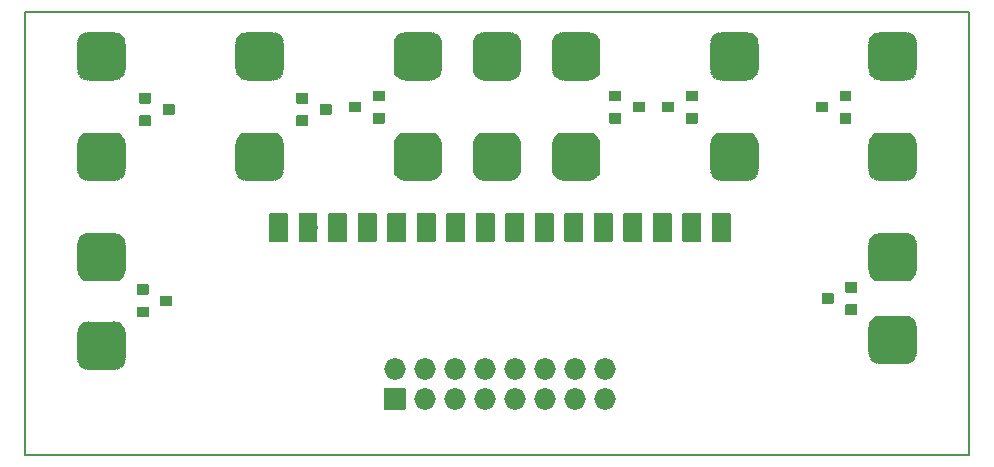
<source format=gbr>
G04 #@! TF.GenerationSoftware,KiCad,Pcbnew,(5.1.7-0-10_14)*
G04 #@! TF.CreationDate,2021-05-07T19:31:10+02:00*
G04 #@! TF.ProjectId,National Keyboard Mux Board,4e617469-6f6e-4616-9c20-4b6579626f61,rev?*
G04 #@! TF.SameCoordinates,Original*
G04 #@! TF.FileFunction,Soldermask,Top*
G04 #@! TF.FilePolarity,Negative*
%FSLAX46Y46*%
G04 Gerber Fmt 4.6, Leading zero omitted, Abs format (unit mm)*
G04 Created by KiCad (PCBNEW (5.1.7-0-10_14)) date 2021-05-07 19:31:10*
%MOMM*%
%LPD*%
G01*
G04 APERTURE LIST*
G04 #@! TA.AperFunction,Profile*
%ADD10C,0.150000*%
G04 #@! TD*
%ADD11O,1.829200X1.829200*%
%ADD12C,0.100000*%
G04 APERTURE END LIST*
D10*
X70000000Y-102250000D02*
X70000000Y-64750000D01*
X150000000Y-102250000D02*
X70000000Y-102250000D01*
X150000000Y-64750000D02*
X150000000Y-102250000D01*
X70000000Y-64750000D02*
X150000000Y-64750000D01*
X70000000Y-102250000D02*
X70000000Y-64750000D01*
X150000000Y-102250000D02*
X70000000Y-102250000D01*
X150000000Y-64750000D02*
X150000000Y-102250000D01*
X70000000Y-64750000D02*
X150000000Y-64750000D01*
G36*
G01*
X138501000Y-88600000D02*
X138501000Y-89400000D01*
G75*
G02*
X138450000Y-89451000I-51000J0D01*
G01*
X137550000Y-89451000D01*
G75*
G02*
X137499000Y-89400000I0J51000D01*
G01*
X137499000Y-88600000D01*
G75*
G02*
X137550000Y-88549000I51000J0D01*
G01*
X138450000Y-88549000D01*
G75*
G02*
X138501000Y-88600000I0J-51000D01*
G01*
G37*
G36*
G01*
X140501000Y-87650000D02*
X140501000Y-88450000D01*
G75*
G02*
X140450000Y-88501000I-51000J0D01*
G01*
X139550000Y-88501000D01*
G75*
G02*
X139499000Y-88450000I0J51000D01*
G01*
X139499000Y-87650000D01*
G75*
G02*
X139550000Y-87599000I51000J0D01*
G01*
X140450000Y-87599000D01*
G75*
G02*
X140501000Y-87650000I0J-51000D01*
G01*
G37*
G36*
G01*
X140501000Y-89550000D02*
X140501000Y-90350000D01*
G75*
G02*
X140450000Y-90401000I-51000J0D01*
G01*
X139550000Y-90401000D01*
G75*
G02*
X139499000Y-90350000I0J51000D01*
G01*
X139499000Y-89550000D01*
G75*
G02*
X139550000Y-89499000I51000J0D01*
G01*
X140450000Y-89499000D01*
G75*
G02*
X140501000Y-89550000I0J-51000D01*
G01*
G37*
G36*
G01*
X138001000Y-72400000D02*
X138001000Y-73200000D01*
G75*
G02*
X137950000Y-73251000I-51000J0D01*
G01*
X137050000Y-73251000D01*
G75*
G02*
X136999000Y-73200000I0J51000D01*
G01*
X136999000Y-72400000D01*
G75*
G02*
X137050000Y-72349000I51000J0D01*
G01*
X137950000Y-72349000D01*
G75*
G02*
X138001000Y-72400000I0J-51000D01*
G01*
G37*
G36*
G01*
X140001000Y-71450000D02*
X140001000Y-72250000D01*
G75*
G02*
X139950000Y-72301000I-51000J0D01*
G01*
X139050000Y-72301000D01*
G75*
G02*
X138999000Y-72250000I0J51000D01*
G01*
X138999000Y-71450000D01*
G75*
G02*
X139050000Y-71399000I51000J0D01*
G01*
X139950000Y-71399000D01*
G75*
G02*
X140001000Y-71450000I0J-51000D01*
G01*
G37*
G36*
G01*
X140001000Y-73350000D02*
X140001000Y-74150000D01*
G75*
G02*
X139950000Y-74201000I-51000J0D01*
G01*
X139050000Y-74201000D01*
G75*
G02*
X138999000Y-74150000I0J51000D01*
G01*
X138999000Y-73350000D01*
G75*
G02*
X139050000Y-73299000I51000J0D01*
G01*
X139950000Y-73299000D01*
G75*
G02*
X140001000Y-73350000I0J-51000D01*
G01*
G37*
G36*
G01*
X125001000Y-72400000D02*
X125001000Y-73200000D01*
G75*
G02*
X124950000Y-73251000I-51000J0D01*
G01*
X124050000Y-73251000D01*
G75*
G02*
X123999000Y-73200000I0J51000D01*
G01*
X123999000Y-72400000D01*
G75*
G02*
X124050000Y-72349000I51000J0D01*
G01*
X124950000Y-72349000D01*
G75*
G02*
X125001000Y-72400000I0J-51000D01*
G01*
G37*
G36*
G01*
X127001000Y-71450000D02*
X127001000Y-72250000D01*
G75*
G02*
X126950000Y-72301000I-51000J0D01*
G01*
X126050000Y-72301000D01*
G75*
G02*
X125999000Y-72250000I0J51000D01*
G01*
X125999000Y-71450000D01*
G75*
G02*
X126050000Y-71399000I51000J0D01*
G01*
X126950000Y-71399000D01*
G75*
G02*
X127001000Y-71450000I0J-51000D01*
G01*
G37*
G36*
G01*
X127001000Y-73350000D02*
X127001000Y-74150000D01*
G75*
G02*
X126950000Y-74201000I-51000J0D01*
G01*
X126050000Y-74201000D01*
G75*
G02*
X125999000Y-74150000I0J51000D01*
G01*
X125999000Y-73350000D01*
G75*
G02*
X126050000Y-73299000I51000J0D01*
G01*
X126950000Y-73299000D01*
G75*
G02*
X127001000Y-73350000I0J-51000D01*
G01*
G37*
G36*
G01*
X121499000Y-73200000D02*
X121499000Y-72400000D01*
G75*
G02*
X121550000Y-72349000I51000J0D01*
G01*
X122450000Y-72349000D01*
G75*
G02*
X122501000Y-72400000I0J-51000D01*
G01*
X122501000Y-73200000D01*
G75*
G02*
X122450000Y-73251000I-51000J0D01*
G01*
X121550000Y-73251000D01*
G75*
G02*
X121499000Y-73200000I0J51000D01*
G01*
G37*
G36*
G01*
X119499000Y-74150000D02*
X119499000Y-73350000D01*
G75*
G02*
X119550000Y-73299000I51000J0D01*
G01*
X120450000Y-73299000D01*
G75*
G02*
X120501000Y-73350000I0J-51000D01*
G01*
X120501000Y-74150000D01*
G75*
G02*
X120450000Y-74201000I-51000J0D01*
G01*
X119550000Y-74201000D01*
G75*
G02*
X119499000Y-74150000I0J51000D01*
G01*
G37*
G36*
G01*
X119499000Y-72250000D02*
X119499000Y-71450000D01*
G75*
G02*
X119550000Y-71399000I51000J0D01*
G01*
X120450000Y-71399000D01*
G75*
G02*
X120501000Y-71450000I0J-51000D01*
G01*
X120501000Y-72250000D01*
G75*
G02*
X120450000Y-72301000I-51000J0D01*
G01*
X119550000Y-72301000D01*
G75*
G02*
X119499000Y-72250000I0J51000D01*
G01*
G37*
G36*
G01*
X98501000Y-72400000D02*
X98501000Y-73200000D01*
G75*
G02*
X98450000Y-73251000I-51000J0D01*
G01*
X97550000Y-73251000D01*
G75*
G02*
X97499000Y-73200000I0J51000D01*
G01*
X97499000Y-72400000D01*
G75*
G02*
X97550000Y-72349000I51000J0D01*
G01*
X98450000Y-72349000D01*
G75*
G02*
X98501000Y-72400000I0J-51000D01*
G01*
G37*
G36*
G01*
X100501000Y-71450000D02*
X100501000Y-72250000D01*
G75*
G02*
X100450000Y-72301000I-51000J0D01*
G01*
X99550000Y-72301000D01*
G75*
G02*
X99499000Y-72250000I0J51000D01*
G01*
X99499000Y-71450000D01*
G75*
G02*
X99550000Y-71399000I51000J0D01*
G01*
X100450000Y-71399000D01*
G75*
G02*
X100501000Y-71450000I0J-51000D01*
G01*
G37*
G36*
G01*
X100501000Y-73350000D02*
X100501000Y-74150000D01*
G75*
G02*
X100450000Y-74201000I-51000J0D01*
G01*
X99550000Y-74201000D01*
G75*
G02*
X99499000Y-74150000I0J51000D01*
G01*
X99499000Y-73350000D01*
G75*
G02*
X99550000Y-73299000I51000J0D01*
G01*
X100450000Y-73299000D01*
G75*
G02*
X100501000Y-73350000I0J-51000D01*
G01*
G37*
G36*
G01*
X94999000Y-73400000D02*
X94999000Y-72600000D01*
G75*
G02*
X95050000Y-72549000I51000J0D01*
G01*
X95950000Y-72549000D01*
G75*
G02*
X96001000Y-72600000I0J-51000D01*
G01*
X96001000Y-73400000D01*
G75*
G02*
X95950000Y-73451000I-51000J0D01*
G01*
X95050000Y-73451000D01*
G75*
G02*
X94999000Y-73400000I0J51000D01*
G01*
G37*
G36*
G01*
X92999000Y-74350000D02*
X92999000Y-73550000D01*
G75*
G02*
X93050000Y-73499000I51000J0D01*
G01*
X93950000Y-73499000D01*
G75*
G02*
X94001000Y-73550000I0J-51000D01*
G01*
X94001000Y-74350000D01*
G75*
G02*
X93950000Y-74401000I-51000J0D01*
G01*
X93050000Y-74401000D01*
G75*
G02*
X92999000Y-74350000I0J51000D01*
G01*
G37*
G36*
G01*
X92999000Y-72450000D02*
X92999000Y-71650000D01*
G75*
G02*
X93050000Y-71599000I51000J0D01*
G01*
X93950000Y-71599000D01*
G75*
G02*
X94001000Y-71650000I0J-51000D01*
G01*
X94001000Y-72450000D01*
G75*
G02*
X93950000Y-72501000I-51000J0D01*
G01*
X93050000Y-72501000D01*
G75*
G02*
X92999000Y-72450000I0J51000D01*
G01*
G37*
G36*
G01*
X81699000Y-73400000D02*
X81699000Y-72600000D01*
G75*
G02*
X81750000Y-72549000I51000J0D01*
G01*
X82650000Y-72549000D01*
G75*
G02*
X82701000Y-72600000I0J-51000D01*
G01*
X82701000Y-73400000D01*
G75*
G02*
X82650000Y-73451000I-51000J0D01*
G01*
X81750000Y-73451000D01*
G75*
G02*
X81699000Y-73400000I0J51000D01*
G01*
G37*
G36*
G01*
X79699000Y-74350000D02*
X79699000Y-73550000D01*
G75*
G02*
X79750000Y-73499000I51000J0D01*
G01*
X80650000Y-73499000D01*
G75*
G02*
X80701000Y-73550000I0J-51000D01*
G01*
X80701000Y-74350000D01*
G75*
G02*
X80650000Y-74401000I-51000J0D01*
G01*
X79750000Y-74401000D01*
G75*
G02*
X79699000Y-74350000I0J51000D01*
G01*
G37*
G36*
G01*
X79699000Y-72450000D02*
X79699000Y-71650000D01*
G75*
G02*
X79750000Y-71599000I51000J0D01*
G01*
X80650000Y-71599000D01*
G75*
G02*
X80701000Y-71650000I0J-51000D01*
G01*
X80701000Y-72450000D01*
G75*
G02*
X80650000Y-72501000I-51000J0D01*
G01*
X79750000Y-72501000D01*
G75*
G02*
X79699000Y-72450000I0J51000D01*
G01*
G37*
G36*
G01*
X81499000Y-89600000D02*
X81499000Y-88800000D01*
G75*
G02*
X81550000Y-88749000I51000J0D01*
G01*
X82450000Y-88749000D01*
G75*
G02*
X82501000Y-88800000I0J-51000D01*
G01*
X82501000Y-89600000D01*
G75*
G02*
X82450000Y-89651000I-51000J0D01*
G01*
X81550000Y-89651000D01*
G75*
G02*
X81499000Y-89600000I0J51000D01*
G01*
G37*
G36*
G01*
X79499000Y-90550000D02*
X79499000Y-89750000D01*
G75*
G02*
X79550000Y-89699000I51000J0D01*
G01*
X80450000Y-89699000D01*
G75*
G02*
X80501000Y-89750000I0J-51000D01*
G01*
X80501000Y-90550000D01*
G75*
G02*
X80450000Y-90601000I-51000J0D01*
G01*
X79550000Y-90601000D01*
G75*
G02*
X79499000Y-90550000I0J51000D01*
G01*
G37*
G36*
G01*
X79499000Y-88650000D02*
X79499000Y-87850000D01*
G75*
G02*
X79550000Y-87799000I51000J0D01*
G01*
X80450000Y-87799000D01*
G75*
G02*
X80501000Y-87850000I0J-51000D01*
G01*
X80501000Y-88650000D01*
G75*
G02*
X80450000Y-88701000I-51000J0D01*
G01*
X79550000Y-88701000D01*
G75*
G02*
X79499000Y-88650000I0J51000D01*
G01*
G37*
G36*
G01*
X102209600Y-98414600D02*
X100482400Y-98414600D01*
G75*
G02*
X100431400Y-98363600I0J51000D01*
G01*
X100431400Y-96636400D01*
G75*
G02*
X100482400Y-96585400I51000J0D01*
G01*
X102209600Y-96585400D01*
G75*
G02*
X102260600Y-96636400I0J-51000D01*
G01*
X102260600Y-98363600D01*
G75*
G02*
X102209600Y-98414600I-51000J0D01*
G01*
G37*
D11*
X101346000Y-94960000D03*
X103886000Y-97500000D03*
X103886000Y-94960000D03*
X106426000Y-97500000D03*
X106426000Y-94960000D03*
X108966000Y-97500000D03*
X108966000Y-94960000D03*
X111506000Y-97500000D03*
X111506000Y-94960000D03*
X114046000Y-97500000D03*
X114046000Y-94960000D03*
X116586000Y-97500000D03*
X116586000Y-94960000D03*
X119126000Y-97500000D03*
X119126000Y-94960000D03*
G36*
G01*
X92250000Y-82901000D02*
X90750000Y-82901000D01*
G75*
G02*
X90699000Y-82850000I0J51000D01*
G01*
X90699000Y-81850000D01*
G75*
G02*
X90750000Y-81799000I51000J0D01*
G01*
X92250000Y-81799000D01*
G75*
G02*
X92301000Y-81850000I0J-51000D01*
G01*
X92301000Y-82850000D01*
G75*
G02*
X92250000Y-82901000I-51000J0D01*
G01*
G37*
G36*
G01*
X92250000Y-84201000D02*
X90750000Y-84201000D01*
G75*
G02*
X90699000Y-84150000I0J51000D01*
G01*
X90699000Y-83150000D01*
G75*
G02*
X90750000Y-83099000I51000J0D01*
G01*
X92250000Y-83099000D01*
G75*
G02*
X92301000Y-83150000I0J-51000D01*
G01*
X92301000Y-84150000D01*
G75*
G02*
X92250000Y-84201000I-51000J0D01*
G01*
G37*
G36*
G01*
X97250000Y-82901000D02*
X95750000Y-82901000D01*
G75*
G02*
X95699000Y-82850000I0J51000D01*
G01*
X95699000Y-81850000D01*
G75*
G02*
X95750000Y-81799000I51000J0D01*
G01*
X97250000Y-81799000D01*
G75*
G02*
X97301000Y-81850000I0J-51000D01*
G01*
X97301000Y-82850000D01*
G75*
G02*
X97250000Y-82901000I-51000J0D01*
G01*
G37*
G36*
G01*
X97250000Y-84201000D02*
X95750000Y-84201000D01*
G75*
G02*
X95699000Y-84150000I0J51000D01*
G01*
X95699000Y-83150000D01*
G75*
G02*
X95750000Y-83099000I51000J0D01*
G01*
X97250000Y-83099000D01*
G75*
G02*
X97301000Y-83150000I0J-51000D01*
G01*
X97301000Y-84150000D01*
G75*
G02*
X97250000Y-84201000I-51000J0D01*
G01*
G37*
G36*
G01*
X102250000Y-84201000D02*
X100750000Y-84201000D01*
G75*
G02*
X100699000Y-84150000I0J51000D01*
G01*
X100699000Y-83150000D01*
G75*
G02*
X100750000Y-83099000I51000J0D01*
G01*
X102250000Y-83099000D01*
G75*
G02*
X102301000Y-83150000I0J-51000D01*
G01*
X102301000Y-84150000D01*
G75*
G02*
X102250000Y-84201000I-51000J0D01*
G01*
G37*
G36*
G01*
X102250000Y-82901000D02*
X100750000Y-82901000D01*
G75*
G02*
X100699000Y-82850000I0J51000D01*
G01*
X100699000Y-81850000D01*
G75*
G02*
X100750000Y-81799000I51000J0D01*
G01*
X102250000Y-81799000D01*
G75*
G02*
X102301000Y-81850000I0J-51000D01*
G01*
X102301000Y-82850000D01*
G75*
G02*
X102250000Y-82901000I-51000J0D01*
G01*
G37*
G36*
G01*
X107250000Y-82901000D02*
X105750000Y-82901000D01*
G75*
G02*
X105699000Y-82850000I0J51000D01*
G01*
X105699000Y-81850000D01*
G75*
G02*
X105750000Y-81799000I51000J0D01*
G01*
X107250000Y-81799000D01*
G75*
G02*
X107301000Y-81850000I0J-51000D01*
G01*
X107301000Y-82850000D01*
G75*
G02*
X107250000Y-82901000I-51000J0D01*
G01*
G37*
G36*
G01*
X107250000Y-84201000D02*
X105750000Y-84201000D01*
G75*
G02*
X105699000Y-84150000I0J51000D01*
G01*
X105699000Y-83150000D01*
G75*
G02*
X105750000Y-83099000I51000J0D01*
G01*
X107250000Y-83099000D01*
G75*
G02*
X107301000Y-83150000I0J-51000D01*
G01*
X107301000Y-84150000D01*
G75*
G02*
X107250000Y-84201000I-51000J0D01*
G01*
G37*
G36*
G01*
X112250000Y-84201000D02*
X110750000Y-84201000D01*
G75*
G02*
X110699000Y-84150000I0J51000D01*
G01*
X110699000Y-83150000D01*
G75*
G02*
X110750000Y-83099000I51000J0D01*
G01*
X112250000Y-83099000D01*
G75*
G02*
X112301000Y-83150000I0J-51000D01*
G01*
X112301000Y-84150000D01*
G75*
G02*
X112250000Y-84201000I-51000J0D01*
G01*
G37*
G36*
G01*
X112250000Y-82901000D02*
X110750000Y-82901000D01*
G75*
G02*
X110699000Y-82850000I0J51000D01*
G01*
X110699000Y-81850000D01*
G75*
G02*
X110750000Y-81799000I51000J0D01*
G01*
X112250000Y-81799000D01*
G75*
G02*
X112301000Y-81850000I0J-51000D01*
G01*
X112301000Y-82850000D01*
G75*
G02*
X112250000Y-82901000I-51000J0D01*
G01*
G37*
G36*
G01*
X117250000Y-82901000D02*
X115750000Y-82901000D01*
G75*
G02*
X115699000Y-82850000I0J51000D01*
G01*
X115699000Y-81850000D01*
G75*
G02*
X115750000Y-81799000I51000J0D01*
G01*
X117250000Y-81799000D01*
G75*
G02*
X117301000Y-81850000I0J-51000D01*
G01*
X117301000Y-82850000D01*
G75*
G02*
X117250000Y-82901000I-51000J0D01*
G01*
G37*
G36*
G01*
X117250000Y-84201000D02*
X115750000Y-84201000D01*
G75*
G02*
X115699000Y-84150000I0J51000D01*
G01*
X115699000Y-83150000D01*
G75*
G02*
X115750000Y-83099000I51000J0D01*
G01*
X117250000Y-83099000D01*
G75*
G02*
X117301000Y-83150000I0J-51000D01*
G01*
X117301000Y-84150000D01*
G75*
G02*
X117250000Y-84201000I-51000J0D01*
G01*
G37*
G36*
G01*
X122250000Y-84201000D02*
X120750000Y-84201000D01*
G75*
G02*
X120699000Y-84150000I0J51000D01*
G01*
X120699000Y-83150000D01*
G75*
G02*
X120750000Y-83099000I51000J0D01*
G01*
X122250000Y-83099000D01*
G75*
G02*
X122301000Y-83150000I0J-51000D01*
G01*
X122301000Y-84150000D01*
G75*
G02*
X122250000Y-84201000I-51000J0D01*
G01*
G37*
G36*
G01*
X122250000Y-82901000D02*
X120750000Y-82901000D01*
G75*
G02*
X120699000Y-82850000I0J51000D01*
G01*
X120699000Y-81850000D01*
G75*
G02*
X120750000Y-81799000I51000J0D01*
G01*
X122250000Y-81799000D01*
G75*
G02*
X122301000Y-81850000I0J-51000D01*
G01*
X122301000Y-82850000D01*
G75*
G02*
X122250000Y-82901000I-51000J0D01*
G01*
G37*
G36*
G01*
X127250000Y-82901000D02*
X125750000Y-82901000D01*
G75*
G02*
X125699000Y-82850000I0J51000D01*
G01*
X125699000Y-81850000D01*
G75*
G02*
X125750000Y-81799000I51000J0D01*
G01*
X127250000Y-81799000D01*
G75*
G02*
X127301000Y-81850000I0J-51000D01*
G01*
X127301000Y-82850000D01*
G75*
G02*
X127250000Y-82901000I-51000J0D01*
G01*
G37*
G36*
G01*
X127250000Y-84201000D02*
X125750000Y-84201000D01*
G75*
G02*
X125699000Y-84150000I0J51000D01*
G01*
X125699000Y-83150000D01*
G75*
G02*
X125750000Y-83099000I51000J0D01*
G01*
X127250000Y-83099000D01*
G75*
G02*
X127301000Y-83150000I0J-51000D01*
G01*
X127301000Y-84150000D01*
G75*
G02*
X127250000Y-84201000I-51000J0D01*
G01*
G37*
G36*
G01*
X74449000Y-86525500D02*
X74449000Y-84474500D01*
G75*
G02*
X75474500Y-83449000I1025500J0D01*
G01*
X77525500Y-83449000D01*
G75*
G02*
X78551000Y-84474500I0J-1025500D01*
G01*
X78551000Y-86525500D01*
G75*
G02*
X77525500Y-87551000I-1025500J0D01*
G01*
X75474500Y-87551000D01*
G75*
G02*
X74449000Y-86525500I0J1025500D01*
G01*
G37*
G36*
G01*
X74449000Y-94025500D02*
X74449000Y-91974500D01*
G75*
G02*
X75474500Y-90949000I1025500J0D01*
G01*
X77525500Y-90949000D01*
G75*
G02*
X78551000Y-91974500I0J-1025500D01*
G01*
X78551000Y-94025500D01*
G75*
G02*
X77525500Y-95051000I-1025500J0D01*
G01*
X75474500Y-95051000D01*
G75*
G02*
X74449000Y-94025500I0J1025500D01*
G01*
G37*
G36*
G01*
X74449000Y-69525500D02*
X74449000Y-67474500D01*
G75*
G02*
X75474500Y-66449000I1025500J0D01*
G01*
X77525500Y-66449000D01*
G75*
G02*
X78551000Y-67474500I0J-1025500D01*
G01*
X78551000Y-69525500D01*
G75*
G02*
X77525500Y-70551000I-1025500J0D01*
G01*
X75474500Y-70551000D01*
G75*
G02*
X74449000Y-69525500I0J1025500D01*
G01*
G37*
G36*
G01*
X74449000Y-78025500D02*
X74449000Y-75974500D01*
G75*
G02*
X75474500Y-74949000I1025500J0D01*
G01*
X77525500Y-74949000D01*
G75*
G02*
X78551000Y-75974500I0J-1025500D01*
G01*
X78551000Y-78025500D01*
G75*
G02*
X77525500Y-79051000I-1025500J0D01*
G01*
X75474500Y-79051000D01*
G75*
G02*
X74449000Y-78025500I0J1025500D01*
G01*
G37*
G36*
G01*
X87849000Y-69525500D02*
X87849000Y-67474500D01*
G75*
G02*
X88874500Y-66449000I1025500J0D01*
G01*
X90925500Y-66449000D01*
G75*
G02*
X91951000Y-67474500I0J-1025500D01*
G01*
X91951000Y-69525500D01*
G75*
G02*
X90925500Y-70551000I-1025500J0D01*
G01*
X88874500Y-70551000D01*
G75*
G02*
X87849000Y-69525500I0J1025500D01*
G01*
G37*
G36*
G01*
X87849000Y-78025500D02*
X87849000Y-75974500D01*
G75*
G02*
X88874500Y-74949000I1025500J0D01*
G01*
X90925500Y-74949000D01*
G75*
G02*
X91951000Y-75974500I0J-1025500D01*
G01*
X91951000Y-78025500D01*
G75*
G02*
X90925500Y-79051000I-1025500J0D01*
G01*
X88874500Y-79051000D01*
G75*
G02*
X87849000Y-78025500I0J1025500D01*
G01*
G37*
G36*
G01*
X101249000Y-69525500D02*
X101249000Y-67474500D01*
G75*
G02*
X102274500Y-66449000I1025500J0D01*
G01*
X104325500Y-66449000D01*
G75*
G02*
X105351000Y-67474500I0J-1025500D01*
G01*
X105351000Y-69525500D01*
G75*
G02*
X104325500Y-70551000I-1025500J0D01*
G01*
X102274500Y-70551000D01*
G75*
G02*
X101249000Y-69525500I0J1025500D01*
G01*
G37*
G36*
G01*
X101249000Y-78025500D02*
X101249000Y-75974500D01*
G75*
G02*
X102274500Y-74949000I1025500J0D01*
G01*
X104325500Y-74949000D01*
G75*
G02*
X105351000Y-75974500I0J-1025500D01*
G01*
X105351000Y-78025500D01*
G75*
G02*
X104325500Y-79051000I-1025500J0D01*
G01*
X102274500Y-79051000D01*
G75*
G02*
X101249000Y-78025500I0J1025500D01*
G01*
G37*
G36*
G01*
X114649000Y-69525500D02*
X114649000Y-67474500D01*
G75*
G02*
X115674500Y-66449000I1025500J0D01*
G01*
X117725500Y-66449000D01*
G75*
G02*
X118751000Y-67474500I0J-1025500D01*
G01*
X118751000Y-69525500D01*
G75*
G02*
X117725500Y-70551000I-1025500J0D01*
G01*
X115674500Y-70551000D01*
G75*
G02*
X114649000Y-69525500I0J1025500D01*
G01*
G37*
G36*
G01*
X114649000Y-78025500D02*
X114649000Y-75974500D01*
G75*
G02*
X115674500Y-74949000I1025500J0D01*
G01*
X117725500Y-74949000D01*
G75*
G02*
X118751000Y-75974500I0J-1025500D01*
G01*
X118751000Y-78025500D01*
G75*
G02*
X117725500Y-79051000I-1025500J0D01*
G01*
X115674500Y-79051000D01*
G75*
G02*
X114649000Y-78025500I0J1025500D01*
G01*
G37*
G36*
G01*
X128049000Y-69525500D02*
X128049000Y-67474500D01*
G75*
G02*
X129074500Y-66449000I1025500J0D01*
G01*
X131125500Y-66449000D01*
G75*
G02*
X132151000Y-67474500I0J-1025500D01*
G01*
X132151000Y-69525500D01*
G75*
G02*
X131125500Y-70551000I-1025500J0D01*
G01*
X129074500Y-70551000D01*
G75*
G02*
X128049000Y-69525500I0J1025500D01*
G01*
G37*
G36*
G01*
X128049000Y-78025500D02*
X128049000Y-75974500D01*
G75*
G02*
X129074500Y-74949000I1025500J0D01*
G01*
X131125500Y-74949000D01*
G75*
G02*
X132151000Y-75974500I0J-1025500D01*
G01*
X132151000Y-78025500D01*
G75*
G02*
X131125500Y-79051000I-1025500J0D01*
G01*
X129074500Y-79051000D01*
G75*
G02*
X128049000Y-78025500I0J1025500D01*
G01*
G37*
G36*
G01*
X141449000Y-69525500D02*
X141449000Y-67474500D01*
G75*
G02*
X142474500Y-66449000I1025500J0D01*
G01*
X144525500Y-66449000D01*
G75*
G02*
X145551000Y-67474500I0J-1025500D01*
G01*
X145551000Y-69525500D01*
G75*
G02*
X144525500Y-70551000I-1025500J0D01*
G01*
X142474500Y-70551000D01*
G75*
G02*
X141449000Y-69525500I0J1025500D01*
G01*
G37*
G36*
G01*
X141449000Y-78025500D02*
X141449000Y-75974500D01*
G75*
G02*
X142474500Y-74949000I1025500J0D01*
G01*
X144525500Y-74949000D01*
G75*
G02*
X145551000Y-75974500I0J-1025500D01*
G01*
X145551000Y-78025500D01*
G75*
G02*
X144525500Y-79051000I-1025500J0D01*
G01*
X142474500Y-79051000D01*
G75*
G02*
X141449000Y-78025500I0J1025500D01*
G01*
G37*
G36*
G01*
X141449000Y-86525500D02*
X141449000Y-84474500D01*
G75*
G02*
X142474500Y-83449000I1025500J0D01*
G01*
X144525500Y-83449000D01*
G75*
G02*
X145551000Y-84474500I0J-1025500D01*
G01*
X145551000Y-86525500D01*
G75*
G02*
X144525500Y-87551000I-1025500J0D01*
G01*
X142474500Y-87551000D01*
G75*
G02*
X141449000Y-86525500I0J1025500D01*
G01*
G37*
G36*
G01*
X141449000Y-93525500D02*
X141449000Y-91474500D01*
G75*
G02*
X142474500Y-90449000I1025500J0D01*
G01*
X144525500Y-90449000D01*
G75*
G02*
X145551000Y-91474500I0J-1025500D01*
G01*
X145551000Y-93525500D01*
G75*
G02*
X144525500Y-94551000I-1025500J0D01*
G01*
X142474500Y-94551000D01*
G75*
G02*
X141449000Y-93525500I0J1025500D01*
G01*
G37*
G36*
G01*
X107949000Y-69525500D02*
X107949000Y-67474500D01*
G75*
G02*
X108974500Y-66449000I1025500J0D01*
G01*
X111025500Y-66449000D01*
G75*
G02*
X112051000Y-67474500I0J-1025500D01*
G01*
X112051000Y-69525500D01*
G75*
G02*
X111025500Y-70551000I-1025500J0D01*
G01*
X108974500Y-70551000D01*
G75*
G02*
X107949000Y-69525500I0J1025500D01*
G01*
G37*
G36*
G01*
X107949000Y-78025500D02*
X107949000Y-75974500D01*
G75*
G02*
X108974500Y-74949000I1025500J0D01*
G01*
X111025500Y-74949000D01*
G75*
G02*
X112051000Y-75974500I0J-1025500D01*
G01*
X112051000Y-78025500D01*
G75*
G02*
X111025500Y-79051000I-1025500J0D01*
G01*
X108974500Y-79051000D01*
G75*
G02*
X107949000Y-78025500I0J1025500D01*
G01*
G37*
G36*
G01*
X94750000Y-84201000D02*
X93250000Y-84201000D01*
G75*
G02*
X93199000Y-84150000I0J51000D01*
G01*
X93199000Y-83150000D01*
G75*
G02*
X93250000Y-83099000I51000J0D01*
G01*
X94750000Y-83099000D01*
G75*
G02*
X94801000Y-83150000I0J-51000D01*
G01*
X94801000Y-84150000D01*
G75*
G02*
X94750000Y-84201000I-51000J0D01*
G01*
G37*
G36*
G01*
X94750000Y-82901000D02*
X93250000Y-82901000D01*
G75*
G02*
X93199000Y-82850000I0J51000D01*
G01*
X93199000Y-81850000D01*
G75*
G02*
X93250000Y-81799000I51000J0D01*
G01*
X94750000Y-81799000D01*
G75*
G02*
X94801000Y-81850000I0J-51000D01*
G01*
X94801000Y-82850000D01*
G75*
G02*
X94750000Y-82901000I-51000J0D01*
G01*
G37*
G36*
G01*
X99750000Y-84201000D02*
X98250000Y-84201000D01*
G75*
G02*
X98199000Y-84150000I0J51000D01*
G01*
X98199000Y-83150000D01*
G75*
G02*
X98250000Y-83099000I51000J0D01*
G01*
X99750000Y-83099000D01*
G75*
G02*
X99801000Y-83150000I0J-51000D01*
G01*
X99801000Y-84150000D01*
G75*
G02*
X99750000Y-84201000I-51000J0D01*
G01*
G37*
G36*
G01*
X99750000Y-82901000D02*
X98250000Y-82901000D01*
G75*
G02*
X98199000Y-82850000I0J51000D01*
G01*
X98199000Y-81850000D01*
G75*
G02*
X98250000Y-81799000I51000J0D01*
G01*
X99750000Y-81799000D01*
G75*
G02*
X99801000Y-81850000I0J-51000D01*
G01*
X99801000Y-82850000D01*
G75*
G02*
X99750000Y-82901000I-51000J0D01*
G01*
G37*
G36*
G01*
X104750000Y-82901000D02*
X103250000Y-82901000D01*
G75*
G02*
X103199000Y-82850000I0J51000D01*
G01*
X103199000Y-81850000D01*
G75*
G02*
X103250000Y-81799000I51000J0D01*
G01*
X104750000Y-81799000D01*
G75*
G02*
X104801000Y-81850000I0J-51000D01*
G01*
X104801000Y-82850000D01*
G75*
G02*
X104750000Y-82901000I-51000J0D01*
G01*
G37*
G36*
G01*
X104750000Y-84201000D02*
X103250000Y-84201000D01*
G75*
G02*
X103199000Y-84150000I0J51000D01*
G01*
X103199000Y-83150000D01*
G75*
G02*
X103250000Y-83099000I51000J0D01*
G01*
X104750000Y-83099000D01*
G75*
G02*
X104801000Y-83150000I0J-51000D01*
G01*
X104801000Y-84150000D01*
G75*
G02*
X104750000Y-84201000I-51000J0D01*
G01*
G37*
G36*
G01*
X109750000Y-84201000D02*
X108250000Y-84201000D01*
G75*
G02*
X108199000Y-84150000I0J51000D01*
G01*
X108199000Y-83150000D01*
G75*
G02*
X108250000Y-83099000I51000J0D01*
G01*
X109750000Y-83099000D01*
G75*
G02*
X109801000Y-83150000I0J-51000D01*
G01*
X109801000Y-84150000D01*
G75*
G02*
X109750000Y-84201000I-51000J0D01*
G01*
G37*
G36*
G01*
X109750000Y-82901000D02*
X108250000Y-82901000D01*
G75*
G02*
X108199000Y-82850000I0J51000D01*
G01*
X108199000Y-81850000D01*
G75*
G02*
X108250000Y-81799000I51000J0D01*
G01*
X109750000Y-81799000D01*
G75*
G02*
X109801000Y-81850000I0J-51000D01*
G01*
X109801000Y-82850000D01*
G75*
G02*
X109750000Y-82901000I-51000J0D01*
G01*
G37*
G36*
G01*
X114750000Y-82901000D02*
X113250000Y-82901000D01*
G75*
G02*
X113199000Y-82850000I0J51000D01*
G01*
X113199000Y-81850000D01*
G75*
G02*
X113250000Y-81799000I51000J0D01*
G01*
X114750000Y-81799000D01*
G75*
G02*
X114801000Y-81850000I0J-51000D01*
G01*
X114801000Y-82850000D01*
G75*
G02*
X114750000Y-82901000I-51000J0D01*
G01*
G37*
G36*
G01*
X114750000Y-84201000D02*
X113250000Y-84201000D01*
G75*
G02*
X113199000Y-84150000I0J51000D01*
G01*
X113199000Y-83150000D01*
G75*
G02*
X113250000Y-83099000I51000J0D01*
G01*
X114750000Y-83099000D01*
G75*
G02*
X114801000Y-83150000I0J-51000D01*
G01*
X114801000Y-84150000D01*
G75*
G02*
X114750000Y-84201000I-51000J0D01*
G01*
G37*
G36*
G01*
X119750000Y-84201000D02*
X118250000Y-84201000D01*
G75*
G02*
X118199000Y-84150000I0J51000D01*
G01*
X118199000Y-83150000D01*
G75*
G02*
X118250000Y-83099000I51000J0D01*
G01*
X119750000Y-83099000D01*
G75*
G02*
X119801000Y-83150000I0J-51000D01*
G01*
X119801000Y-84150000D01*
G75*
G02*
X119750000Y-84201000I-51000J0D01*
G01*
G37*
G36*
G01*
X119750000Y-82901000D02*
X118250000Y-82901000D01*
G75*
G02*
X118199000Y-82850000I0J51000D01*
G01*
X118199000Y-81850000D01*
G75*
G02*
X118250000Y-81799000I51000J0D01*
G01*
X119750000Y-81799000D01*
G75*
G02*
X119801000Y-81850000I0J-51000D01*
G01*
X119801000Y-82850000D01*
G75*
G02*
X119750000Y-82901000I-51000J0D01*
G01*
G37*
G36*
G01*
X124750000Y-82901000D02*
X123250000Y-82901000D01*
G75*
G02*
X123199000Y-82850000I0J51000D01*
G01*
X123199000Y-81850000D01*
G75*
G02*
X123250000Y-81799000I51000J0D01*
G01*
X124750000Y-81799000D01*
G75*
G02*
X124801000Y-81850000I0J-51000D01*
G01*
X124801000Y-82850000D01*
G75*
G02*
X124750000Y-82901000I-51000J0D01*
G01*
G37*
G36*
G01*
X124750000Y-84201000D02*
X123250000Y-84201000D01*
G75*
G02*
X123199000Y-84150000I0J51000D01*
G01*
X123199000Y-83150000D01*
G75*
G02*
X123250000Y-83099000I51000J0D01*
G01*
X124750000Y-83099000D01*
G75*
G02*
X124801000Y-83150000I0J-51000D01*
G01*
X124801000Y-84150000D01*
G75*
G02*
X124750000Y-84201000I-51000J0D01*
G01*
G37*
G36*
G01*
X129750000Y-82901000D02*
X128250000Y-82901000D01*
G75*
G02*
X128199000Y-82850000I0J51000D01*
G01*
X128199000Y-81850000D01*
G75*
G02*
X128250000Y-81799000I51000J0D01*
G01*
X129750000Y-81799000D01*
G75*
G02*
X129801000Y-81850000I0J-51000D01*
G01*
X129801000Y-82850000D01*
G75*
G02*
X129750000Y-82901000I-51000J0D01*
G01*
G37*
G36*
G01*
X129750000Y-84201000D02*
X128250000Y-84201000D01*
G75*
G02*
X128199000Y-84150000I0J51000D01*
G01*
X128199000Y-83150000D01*
G75*
G02*
X128250000Y-83099000I51000J0D01*
G01*
X129750000Y-83099000D01*
G75*
G02*
X129801000Y-83150000I0J-51000D01*
G01*
X129801000Y-84150000D01*
G75*
G02*
X129750000Y-84201000I-51000J0D01*
G01*
G37*
D12*
G36*
X78552165Y-94023874D02*
G01*
X78553000Y-94025500D01*
X78553000Y-94081860D01*
X78552990Y-94082056D01*
X78533893Y-94275948D01*
X78533817Y-94276333D01*
X78479050Y-94456876D01*
X78478900Y-94457238D01*
X78389967Y-94623620D01*
X78389749Y-94623946D01*
X78270062Y-94769785D01*
X78269785Y-94770062D01*
X78123946Y-94889749D01*
X78123620Y-94889967D01*
X77957238Y-94978900D01*
X77956876Y-94979050D01*
X77776333Y-95033817D01*
X77775948Y-95033893D01*
X77582056Y-95052990D01*
X77581860Y-95053000D01*
X77525500Y-95053000D01*
X77523768Y-95052000D01*
X77523768Y-95050000D01*
X77525304Y-95049010D01*
X77725170Y-95029325D01*
X77917173Y-94971081D01*
X78094121Y-94876501D01*
X78249217Y-94749217D01*
X78376501Y-94594121D01*
X78471081Y-94417173D01*
X78529325Y-94225170D01*
X78549010Y-94025304D01*
X78550175Y-94023678D01*
X78552165Y-94023874D01*
G37*
G36*
X74450990Y-94025304D02*
G01*
X74470675Y-94225170D01*
X74528919Y-94417173D01*
X74623499Y-94594121D01*
X74750783Y-94749217D01*
X74905879Y-94876501D01*
X75082827Y-94971081D01*
X75274830Y-95029325D01*
X75474696Y-95049010D01*
X75476322Y-95050175D01*
X75476126Y-95052165D01*
X75474500Y-95053000D01*
X75418140Y-95053000D01*
X75417944Y-95052990D01*
X75224052Y-95033893D01*
X75223667Y-95033817D01*
X75043124Y-94979050D01*
X75042762Y-94978900D01*
X74876380Y-94889967D01*
X74876054Y-94889749D01*
X74730215Y-94770062D01*
X74729938Y-94769785D01*
X74610251Y-94623946D01*
X74610033Y-94623620D01*
X74521100Y-94457238D01*
X74520950Y-94456876D01*
X74466183Y-94276333D01*
X74466107Y-94275948D01*
X74447010Y-94082056D01*
X74447000Y-94081860D01*
X74447000Y-94025500D01*
X74448000Y-94023768D01*
X74450000Y-94023768D01*
X74450990Y-94025304D01*
G37*
G36*
X141450990Y-93525304D02*
G01*
X141470675Y-93725170D01*
X141528919Y-93917173D01*
X141623499Y-94094121D01*
X141750783Y-94249217D01*
X141905879Y-94376501D01*
X142082827Y-94471081D01*
X142274830Y-94529325D01*
X142474696Y-94549010D01*
X142476322Y-94550175D01*
X142476126Y-94552165D01*
X142474500Y-94553000D01*
X142418140Y-94553000D01*
X142417944Y-94552990D01*
X142224052Y-94533893D01*
X142223667Y-94533817D01*
X142043124Y-94479050D01*
X142042762Y-94478900D01*
X141876380Y-94389967D01*
X141876054Y-94389749D01*
X141730215Y-94270062D01*
X141729938Y-94269785D01*
X141610251Y-94123946D01*
X141610033Y-94123620D01*
X141521100Y-93957238D01*
X141520950Y-93956876D01*
X141466183Y-93776333D01*
X141466107Y-93775948D01*
X141447010Y-93582056D01*
X141447000Y-93581860D01*
X141447000Y-93525500D01*
X141448000Y-93523768D01*
X141450000Y-93523768D01*
X141450990Y-93525304D01*
G37*
G36*
X145552165Y-93523874D02*
G01*
X145553000Y-93525500D01*
X145553000Y-93581860D01*
X145552990Y-93582056D01*
X145533893Y-93775948D01*
X145533817Y-93776333D01*
X145479050Y-93956876D01*
X145478900Y-93957238D01*
X145389967Y-94123620D01*
X145389749Y-94123946D01*
X145270062Y-94269785D01*
X145269785Y-94270062D01*
X145123946Y-94389749D01*
X145123620Y-94389967D01*
X144957238Y-94478900D01*
X144956876Y-94479050D01*
X144776333Y-94533817D01*
X144775948Y-94533893D01*
X144582056Y-94552990D01*
X144581860Y-94553000D01*
X144525500Y-94553000D01*
X144523768Y-94552000D01*
X144523768Y-94550000D01*
X144525304Y-94549010D01*
X144725170Y-94529325D01*
X144917173Y-94471081D01*
X145094121Y-94376501D01*
X145249217Y-94249217D01*
X145376501Y-94094121D01*
X145471081Y-93917173D01*
X145529325Y-93725170D01*
X145549010Y-93525304D01*
X145550175Y-93523678D01*
X145552165Y-93523874D01*
G37*
G36*
X75476232Y-90948000D02*
G01*
X75476232Y-90950000D01*
X75474696Y-90950990D01*
X75274830Y-90970675D01*
X75082827Y-91028919D01*
X74905879Y-91123499D01*
X74750783Y-91250783D01*
X74623499Y-91405879D01*
X74528919Y-91582827D01*
X74470675Y-91774830D01*
X74450990Y-91974696D01*
X74449825Y-91976322D01*
X74447835Y-91976126D01*
X74447000Y-91974500D01*
X74447000Y-91918140D01*
X74447010Y-91917944D01*
X74466107Y-91724052D01*
X74466183Y-91723667D01*
X74520950Y-91543124D01*
X74521100Y-91542762D01*
X74610033Y-91376380D01*
X74610251Y-91376054D01*
X74729938Y-91230215D01*
X74730215Y-91229938D01*
X74876054Y-91110251D01*
X74876380Y-91110033D01*
X75042762Y-91021100D01*
X75043124Y-91020950D01*
X75223667Y-90966183D01*
X75224052Y-90966107D01*
X75417944Y-90947010D01*
X75418140Y-90947000D01*
X75474500Y-90947000D01*
X75476232Y-90948000D01*
G37*
G36*
X77582056Y-90947010D02*
G01*
X77775948Y-90966107D01*
X77776333Y-90966183D01*
X77956876Y-91020950D01*
X77957238Y-91021100D01*
X78123620Y-91110033D01*
X78123946Y-91110251D01*
X78269785Y-91229938D01*
X78270062Y-91230215D01*
X78389749Y-91376054D01*
X78389967Y-91376380D01*
X78478900Y-91542762D01*
X78479050Y-91543124D01*
X78533817Y-91723667D01*
X78533893Y-91724052D01*
X78552990Y-91917944D01*
X78553000Y-91918140D01*
X78553000Y-91974500D01*
X78552000Y-91976232D01*
X78550000Y-91976232D01*
X78549010Y-91974696D01*
X78529325Y-91774830D01*
X78471081Y-91582827D01*
X78376501Y-91405879D01*
X78249217Y-91250783D01*
X78094121Y-91123499D01*
X77917173Y-91028919D01*
X77725170Y-90970675D01*
X77525304Y-90950990D01*
X77523678Y-90949825D01*
X77523874Y-90947835D01*
X77525500Y-90947000D01*
X77581860Y-90947000D01*
X77582056Y-90947010D01*
G37*
G36*
X142476232Y-90448000D02*
G01*
X142476232Y-90450000D01*
X142474696Y-90450990D01*
X142274830Y-90470675D01*
X142082827Y-90528919D01*
X141905879Y-90623499D01*
X141750783Y-90750783D01*
X141623499Y-90905879D01*
X141528919Y-91082827D01*
X141470675Y-91274830D01*
X141450990Y-91474696D01*
X141449825Y-91476322D01*
X141447835Y-91476126D01*
X141447000Y-91474500D01*
X141447000Y-91418140D01*
X141447010Y-91417944D01*
X141466107Y-91224052D01*
X141466183Y-91223667D01*
X141520950Y-91043124D01*
X141521100Y-91042762D01*
X141610033Y-90876380D01*
X141610251Y-90876054D01*
X141729938Y-90730215D01*
X141730215Y-90729938D01*
X141876054Y-90610251D01*
X141876380Y-90610033D01*
X142042762Y-90521100D01*
X142043124Y-90520950D01*
X142223667Y-90466183D01*
X142224052Y-90466107D01*
X142417944Y-90447010D01*
X142418140Y-90447000D01*
X142474500Y-90447000D01*
X142476232Y-90448000D01*
G37*
G36*
X144582056Y-90447010D02*
G01*
X144775948Y-90466107D01*
X144776333Y-90466183D01*
X144956876Y-90520950D01*
X144957238Y-90521100D01*
X145123620Y-90610033D01*
X145123946Y-90610251D01*
X145269785Y-90729938D01*
X145270062Y-90730215D01*
X145389749Y-90876054D01*
X145389967Y-90876380D01*
X145478900Y-91042762D01*
X145479050Y-91043124D01*
X145533817Y-91223667D01*
X145533893Y-91224052D01*
X145552990Y-91417944D01*
X145553000Y-91418140D01*
X145553000Y-91474500D01*
X145552000Y-91476232D01*
X145550000Y-91476232D01*
X145549010Y-91474696D01*
X145529325Y-91274830D01*
X145471081Y-91082827D01*
X145376501Y-90905879D01*
X145249217Y-90750783D01*
X145094121Y-90623499D01*
X144917173Y-90528919D01*
X144725170Y-90470675D01*
X144525304Y-90450990D01*
X144523678Y-90449825D01*
X144523874Y-90447835D01*
X144525500Y-90447000D01*
X144581860Y-90447000D01*
X144582056Y-90447010D01*
G37*
G36*
X74450990Y-86525304D02*
G01*
X74470675Y-86725170D01*
X74528919Y-86917173D01*
X74623499Y-87094121D01*
X74750783Y-87249217D01*
X74905879Y-87376501D01*
X75082827Y-87471081D01*
X75274830Y-87529325D01*
X75474696Y-87549010D01*
X75476322Y-87550175D01*
X75476126Y-87552165D01*
X75474500Y-87553000D01*
X75418140Y-87553000D01*
X75417944Y-87552990D01*
X75224052Y-87533893D01*
X75223667Y-87533817D01*
X75043124Y-87479050D01*
X75042762Y-87478900D01*
X74876380Y-87389967D01*
X74876054Y-87389749D01*
X74730215Y-87270062D01*
X74729938Y-87269785D01*
X74610251Y-87123946D01*
X74610033Y-87123620D01*
X74521100Y-86957238D01*
X74520950Y-86956876D01*
X74466183Y-86776333D01*
X74466107Y-86775948D01*
X74447010Y-86582056D01*
X74447000Y-86581860D01*
X74447000Y-86525500D01*
X74448000Y-86523768D01*
X74450000Y-86523768D01*
X74450990Y-86525304D01*
G37*
G36*
X141450990Y-86525304D02*
G01*
X141470675Y-86725170D01*
X141528919Y-86917173D01*
X141623499Y-87094121D01*
X141750783Y-87249217D01*
X141905879Y-87376501D01*
X142082827Y-87471081D01*
X142274830Y-87529325D01*
X142474696Y-87549010D01*
X142476322Y-87550175D01*
X142476126Y-87552165D01*
X142474500Y-87553000D01*
X142418140Y-87553000D01*
X142417944Y-87552990D01*
X142224052Y-87533893D01*
X142223667Y-87533817D01*
X142043124Y-87479050D01*
X142042762Y-87478900D01*
X141876380Y-87389967D01*
X141876054Y-87389749D01*
X141730215Y-87270062D01*
X141729938Y-87269785D01*
X141610251Y-87123946D01*
X141610033Y-87123620D01*
X141521100Y-86957238D01*
X141520950Y-86956876D01*
X141466183Y-86776333D01*
X141466107Y-86775948D01*
X141447010Y-86582056D01*
X141447000Y-86581860D01*
X141447000Y-86525500D01*
X141448000Y-86523768D01*
X141450000Y-86523768D01*
X141450990Y-86525304D01*
G37*
G36*
X145552165Y-86523874D02*
G01*
X145553000Y-86525500D01*
X145553000Y-86581860D01*
X145552990Y-86582056D01*
X145533893Y-86775948D01*
X145533817Y-86776333D01*
X145479050Y-86956876D01*
X145478900Y-86957238D01*
X145389967Y-87123620D01*
X145389749Y-87123946D01*
X145270062Y-87269785D01*
X145269785Y-87270062D01*
X145123946Y-87389749D01*
X145123620Y-87389967D01*
X144957238Y-87478900D01*
X144956876Y-87479050D01*
X144776333Y-87533817D01*
X144775948Y-87533893D01*
X144582056Y-87552990D01*
X144581860Y-87553000D01*
X144525500Y-87553000D01*
X144523768Y-87552000D01*
X144523768Y-87550000D01*
X144525304Y-87549010D01*
X144725170Y-87529325D01*
X144917173Y-87471081D01*
X145094121Y-87376501D01*
X145249217Y-87249217D01*
X145376501Y-87094121D01*
X145471081Y-86917173D01*
X145529325Y-86725170D01*
X145549010Y-86525304D01*
X145550175Y-86523678D01*
X145552165Y-86523874D01*
G37*
G36*
X78552165Y-86523874D02*
G01*
X78553000Y-86525500D01*
X78553000Y-86581860D01*
X78552990Y-86582056D01*
X78533893Y-86775948D01*
X78533817Y-86776333D01*
X78479050Y-86956876D01*
X78478900Y-86957238D01*
X78389967Y-87123620D01*
X78389749Y-87123946D01*
X78270062Y-87269785D01*
X78269785Y-87270062D01*
X78123946Y-87389749D01*
X78123620Y-87389967D01*
X77957238Y-87478900D01*
X77956876Y-87479050D01*
X77776333Y-87533817D01*
X77775948Y-87533893D01*
X77582056Y-87552990D01*
X77581860Y-87553000D01*
X77525500Y-87553000D01*
X77523768Y-87552000D01*
X77523768Y-87550000D01*
X77525304Y-87549010D01*
X77725170Y-87529325D01*
X77917173Y-87471081D01*
X78094121Y-87376501D01*
X78249217Y-87249217D01*
X78376501Y-87094121D01*
X78471081Y-86917173D01*
X78529325Y-86725170D01*
X78549010Y-86525304D01*
X78550175Y-86523678D01*
X78552165Y-86523874D01*
G37*
G36*
X142476232Y-83448000D02*
G01*
X142476232Y-83450000D01*
X142474696Y-83450990D01*
X142274830Y-83470675D01*
X142082827Y-83528919D01*
X141905879Y-83623499D01*
X141750783Y-83750783D01*
X141623499Y-83905879D01*
X141528919Y-84082827D01*
X141470675Y-84274830D01*
X141450990Y-84474696D01*
X141449825Y-84476322D01*
X141447835Y-84476126D01*
X141447000Y-84474500D01*
X141447000Y-84418140D01*
X141447010Y-84417944D01*
X141466107Y-84224052D01*
X141466183Y-84223667D01*
X141520950Y-84043124D01*
X141521100Y-84042762D01*
X141610033Y-83876380D01*
X141610251Y-83876054D01*
X141729938Y-83730215D01*
X141730215Y-83729938D01*
X141876054Y-83610251D01*
X141876380Y-83610033D01*
X142042762Y-83521100D01*
X142043124Y-83520950D01*
X142223667Y-83466183D01*
X142224052Y-83466107D01*
X142417944Y-83447010D01*
X142418140Y-83447000D01*
X142474500Y-83447000D01*
X142476232Y-83448000D01*
G37*
G36*
X75476232Y-83448000D02*
G01*
X75476232Y-83450000D01*
X75474696Y-83450990D01*
X75274830Y-83470675D01*
X75082827Y-83528919D01*
X74905879Y-83623499D01*
X74750783Y-83750783D01*
X74623499Y-83905879D01*
X74528919Y-84082827D01*
X74470675Y-84274830D01*
X74450990Y-84474696D01*
X74449825Y-84476322D01*
X74447835Y-84476126D01*
X74447000Y-84474500D01*
X74447000Y-84418140D01*
X74447010Y-84417944D01*
X74466107Y-84224052D01*
X74466183Y-84223667D01*
X74520950Y-84043124D01*
X74521100Y-84042762D01*
X74610033Y-83876380D01*
X74610251Y-83876054D01*
X74729938Y-83730215D01*
X74730215Y-83729938D01*
X74876054Y-83610251D01*
X74876380Y-83610033D01*
X75042762Y-83521100D01*
X75043124Y-83520950D01*
X75223667Y-83466183D01*
X75224052Y-83466107D01*
X75417944Y-83447010D01*
X75418140Y-83447000D01*
X75474500Y-83447000D01*
X75476232Y-83448000D01*
G37*
G36*
X77582056Y-83447010D02*
G01*
X77775948Y-83466107D01*
X77776333Y-83466183D01*
X77956876Y-83520950D01*
X77957238Y-83521100D01*
X78123620Y-83610033D01*
X78123946Y-83610251D01*
X78269785Y-83729938D01*
X78270062Y-83730215D01*
X78389749Y-83876054D01*
X78389967Y-83876380D01*
X78478900Y-84042762D01*
X78479050Y-84043124D01*
X78533817Y-84223667D01*
X78533893Y-84224052D01*
X78552990Y-84417944D01*
X78553000Y-84418140D01*
X78553000Y-84474500D01*
X78552000Y-84476232D01*
X78550000Y-84476232D01*
X78549010Y-84474696D01*
X78529325Y-84274830D01*
X78471081Y-84082827D01*
X78376501Y-83905879D01*
X78249217Y-83750783D01*
X78094121Y-83623499D01*
X77917173Y-83528919D01*
X77725170Y-83470675D01*
X77525304Y-83450990D01*
X77523678Y-83449825D01*
X77523874Y-83447835D01*
X77525500Y-83447000D01*
X77581860Y-83447000D01*
X77582056Y-83447010D01*
G37*
G36*
X144582056Y-83447010D02*
G01*
X144775948Y-83466107D01*
X144776333Y-83466183D01*
X144956876Y-83520950D01*
X144957238Y-83521100D01*
X145123620Y-83610033D01*
X145123946Y-83610251D01*
X145269785Y-83729938D01*
X145270062Y-83730215D01*
X145389749Y-83876054D01*
X145389967Y-83876380D01*
X145478900Y-84042762D01*
X145479050Y-84043124D01*
X145533817Y-84223667D01*
X145533893Y-84224052D01*
X145552990Y-84417944D01*
X145553000Y-84418140D01*
X145553000Y-84474500D01*
X145552000Y-84476232D01*
X145550000Y-84476232D01*
X145549010Y-84474696D01*
X145529325Y-84274830D01*
X145471081Y-84082827D01*
X145376501Y-83905879D01*
X145249217Y-83750783D01*
X145094121Y-83623499D01*
X144917173Y-83528919D01*
X144725170Y-83470675D01*
X144525304Y-83450990D01*
X144523678Y-83449825D01*
X144523874Y-83447835D01*
X144525500Y-83447000D01*
X144581860Y-83447000D01*
X144582056Y-83447010D01*
G37*
G36*
X107302732Y-82900000D02*
G01*
X107303000Y-82901000D01*
X107303000Y-83099000D01*
X107302000Y-83100732D01*
X107301000Y-83101000D01*
X105699000Y-83101000D01*
X105697268Y-83100000D01*
X105697000Y-83099000D01*
X105697000Y-82901000D01*
X105698000Y-82899268D01*
X105699000Y-82899000D01*
X107301000Y-82899000D01*
X107302732Y-82900000D01*
G37*
G36*
X112302732Y-82900000D02*
G01*
X112303000Y-82901000D01*
X112303000Y-83099000D01*
X112302000Y-83100732D01*
X112301000Y-83101000D01*
X110699000Y-83101000D01*
X110697268Y-83100000D01*
X110697000Y-83099000D01*
X110697000Y-82901000D01*
X110698000Y-82899268D01*
X110699000Y-82899000D01*
X112301000Y-82899000D01*
X112302732Y-82900000D01*
G37*
G36*
X117302732Y-82900000D02*
G01*
X117303000Y-82901000D01*
X117303000Y-83099000D01*
X117302000Y-83100732D01*
X117301000Y-83101000D01*
X115699000Y-83101000D01*
X115697268Y-83100000D01*
X115697000Y-83099000D01*
X115697000Y-82901000D01*
X115698000Y-82899268D01*
X115699000Y-82899000D01*
X117301000Y-82899000D01*
X117302732Y-82900000D01*
G37*
G36*
X122302732Y-82900000D02*
G01*
X122303000Y-82901000D01*
X122303000Y-83099000D01*
X122302000Y-83100732D01*
X122301000Y-83101000D01*
X120699000Y-83101000D01*
X120697268Y-83100000D01*
X120697000Y-83099000D01*
X120697000Y-82901000D01*
X120698000Y-82899268D01*
X120699000Y-82899000D01*
X122301000Y-82899000D01*
X122302732Y-82900000D01*
G37*
G36*
X127302732Y-82900000D02*
G01*
X127303000Y-82901000D01*
X127303000Y-83099000D01*
X127302000Y-83100732D01*
X127301000Y-83101000D01*
X125699000Y-83101000D01*
X125697268Y-83100000D01*
X125697000Y-83099000D01*
X125697000Y-82901000D01*
X125698000Y-82899268D01*
X125699000Y-82899000D01*
X127301000Y-82899000D01*
X127302732Y-82900000D01*
G37*
G36*
X92302732Y-82900000D02*
G01*
X92303000Y-82901000D01*
X92303000Y-83099000D01*
X92302000Y-83100732D01*
X92301000Y-83101000D01*
X90699000Y-83101000D01*
X90697268Y-83100000D01*
X90697000Y-83099000D01*
X90697000Y-82901000D01*
X90698000Y-82899268D01*
X90699000Y-82899000D01*
X92301000Y-82899000D01*
X92302732Y-82900000D01*
G37*
G36*
X94802732Y-82900000D02*
G01*
X94803000Y-82901000D01*
X94803000Y-83099000D01*
X94802000Y-83100732D01*
X94801000Y-83101000D01*
X93199000Y-83101000D01*
X93197268Y-83100000D01*
X93197000Y-83099000D01*
X93197000Y-82901000D01*
X93198000Y-82899268D01*
X93199000Y-82899000D01*
X94801000Y-82899000D01*
X94802732Y-82900000D01*
G37*
G36*
X97302732Y-82900000D02*
G01*
X97303000Y-82901000D01*
X97303000Y-83099000D01*
X97302000Y-83100732D01*
X97301000Y-83101000D01*
X95699000Y-83101000D01*
X95697268Y-83100000D01*
X95697000Y-83099000D01*
X95697000Y-82901000D01*
X95698000Y-82899268D01*
X95699000Y-82899000D01*
X97301000Y-82899000D01*
X97302732Y-82900000D01*
G37*
G36*
X99802732Y-82900000D02*
G01*
X99803000Y-82901000D01*
X99803000Y-83099000D01*
X99802000Y-83100732D01*
X99801000Y-83101000D01*
X98199000Y-83101000D01*
X98197268Y-83100000D01*
X98197000Y-83099000D01*
X98197000Y-82901000D01*
X98198000Y-82899268D01*
X98199000Y-82899000D01*
X99801000Y-82899000D01*
X99802732Y-82900000D01*
G37*
G36*
X102302732Y-82900000D02*
G01*
X102303000Y-82901000D01*
X102303000Y-83099000D01*
X102302000Y-83100732D01*
X102301000Y-83101000D01*
X100699000Y-83101000D01*
X100697268Y-83100000D01*
X100697000Y-83099000D01*
X100697000Y-82901000D01*
X100698000Y-82899268D01*
X100699000Y-82899000D01*
X102301000Y-82899000D01*
X102302732Y-82900000D01*
G37*
G36*
X104802732Y-82900000D02*
G01*
X104803000Y-82901000D01*
X104803000Y-83099000D01*
X104802000Y-83100732D01*
X104801000Y-83101000D01*
X103199000Y-83101000D01*
X103197268Y-83100000D01*
X103197000Y-83099000D01*
X103197000Y-82901000D01*
X103198000Y-82899268D01*
X103199000Y-82899000D01*
X104801000Y-82899000D01*
X104802732Y-82900000D01*
G37*
G36*
X109802732Y-82900000D02*
G01*
X109803000Y-82901000D01*
X109803000Y-83099000D01*
X109802000Y-83100732D01*
X109801000Y-83101000D01*
X108199000Y-83101000D01*
X108197268Y-83100000D01*
X108197000Y-83099000D01*
X108197000Y-82901000D01*
X108198000Y-82899268D01*
X108199000Y-82899000D01*
X109801000Y-82899000D01*
X109802732Y-82900000D01*
G37*
G36*
X114802732Y-82900000D02*
G01*
X114803000Y-82901000D01*
X114803000Y-83099000D01*
X114802000Y-83100732D01*
X114801000Y-83101000D01*
X113199000Y-83101000D01*
X113197268Y-83100000D01*
X113197000Y-83099000D01*
X113197000Y-82901000D01*
X113198000Y-82899268D01*
X113199000Y-82899000D01*
X114801000Y-82899000D01*
X114802732Y-82900000D01*
G37*
G36*
X124802732Y-82900000D02*
G01*
X124803000Y-82901000D01*
X124803000Y-83099000D01*
X124802000Y-83100732D01*
X124801000Y-83101000D01*
X123199000Y-83101000D01*
X123197268Y-83100000D01*
X123197000Y-83099000D01*
X123197000Y-82901000D01*
X123198000Y-82899268D01*
X123199000Y-82899000D01*
X124801000Y-82899000D01*
X124802732Y-82900000D01*
G37*
G36*
X129802732Y-82900000D02*
G01*
X129803000Y-82901000D01*
X129803000Y-83099000D01*
X129802000Y-83100732D01*
X129801000Y-83101000D01*
X128199000Y-83101000D01*
X128197268Y-83100000D01*
X128197000Y-83099000D01*
X128197000Y-82901000D01*
X128198000Y-82899268D01*
X128199000Y-82899000D01*
X129801000Y-82899000D01*
X129802732Y-82900000D01*
G37*
G36*
X119802732Y-82900000D02*
G01*
X119803000Y-82901000D01*
X119803000Y-83099000D01*
X119802000Y-83100732D01*
X119801000Y-83101000D01*
X118199000Y-83101000D01*
X118197268Y-83100000D01*
X118197000Y-83099000D01*
X118197000Y-82901000D01*
X118198000Y-82899268D01*
X118199000Y-82899000D01*
X119801000Y-82899000D01*
X119802732Y-82900000D01*
G37*
G36*
X132152165Y-78023874D02*
G01*
X132153000Y-78025500D01*
X132153000Y-78081860D01*
X132152990Y-78082056D01*
X132133893Y-78275948D01*
X132133817Y-78276333D01*
X132079050Y-78456876D01*
X132078900Y-78457238D01*
X131989967Y-78623620D01*
X131989749Y-78623946D01*
X131870062Y-78769785D01*
X131869785Y-78770062D01*
X131723946Y-78889749D01*
X131723620Y-78889967D01*
X131557238Y-78978900D01*
X131556876Y-78979050D01*
X131376333Y-79033817D01*
X131375948Y-79033893D01*
X131182056Y-79052990D01*
X131181860Y-79053000D01*
X131125500Y-79053000D01*
X131123768Y-79052000D01*
X131123768Y-79050000D01*
X131125304Y-79049010D01*
X131325170Y-79029325D01*
X131517173Y-78971081D01*
X131694121Y-78876501D01*
X131849217Y-78749217D01*
X131976501Y-78594121D01*
X132071081Y-78417173D01*
X132129325Y-78225170D01*
X132149010Y-78025304D01*
X132150175Y-78023678D01*
X132152165Y-78023874D01*
G37*
G36*
X78552165Y-78023874D02*
G01*
X78553000Y-78025500D01*
X78553000Y-78081860D01*
X78552990Y-78082056D01*
X78533893Y-78275948D01*
X78533817Y-78276333D01*
X78479050Y-78456876D01*
X78478900Y-78457238D01*
X78389967Y-78623620D01*
X78389749Y-78623946D01*
X78270062Y-78769785D01*
X78269785Y-78770062D01*
X78123946Y-78889749D01*
X78123620Y-78889967D01*
X77957238Y-78978900D01*
X77956876Y-78979050D01*
X77776333Y-79033817D01*
X77775948Y-79033893D01*
X77582056Y-79052990D01*
X77581860Y-79053000D01*
X77525500Y-79053000D01*
X77523768Y-79052000D01*
X77523768Y-79050000D01*
X77525304Y-79049010D01*
X77725170Y-79029325D01*
X77917173Y-78971081D01*
X78094121Y-78876501D01*
X78249217Y-78749217D01*
X78376501Y-78594121D01*
X78471081Y-78417173D01*
X78529325Y-78225170D01*
X78549010Y-78025304D01*
X78550175Y-78023678D01*
X78552165Y-78023874D01*
G37*
G36*
X74450990Y-78025304D02*
G01*
X74470675Y-78225170D01*
X74528919Y-78417173D01*
X74623499Y-78594121D01*
X74750783Y-78749217D01*
X74905879Y-78876501D01*
X75082827Y-78971081D01*
X75274830Y-79029325D01*
X75474696Y-79049010D01*
X75476322Y-79050175D01*
X75476126Y-79052165D01*
X75474500Y-79053000D01*
X75418140Y-79053000D01*
X75417944Y-79052990D01*
X75224052Y-79033893D01*
X75223667Y-79033817D01*
X75043124Y-78979050D01*
X75042762Y-78978900D01*
X74876380Y-78889967D01*
X74876054Y-78889749D01*
X74730215Y-78770062D01*
X74729938Y-78769785D01*
X74610251Y-78623946D01*
X74610033Y-78623620D01*
X74521100Y-78457238D01*
X74520950Y-78456876D01*
X74466183Y-78276333D01*
X74466107Y-78275948D01*
X74447010Y-78082056D01*
X74447000Y-78081860D01*
X74447000Y-78025500D01*
X74448000Y-78023768D01*
X74450000Y-78023768D01*
X74450990Y-78025304D01*
G37*
G36*
X141450990Y-78025304D02*
G01*
X141470675Y-78225170D01*
X141528919Y-78417173D01*
X141623499Y-78594121D01*
X141750783Y-78749217D01*
X141905879Y-78876501D01*
X142082827Y-78971081D01*
X142274830Y-79029325D01*
X142474696Y-79049010D01*
X142476322Y-79050175D01*
X142476126Y-79052165D01*
X142474500Y-79053000D01*
X142418140Y-79053000D01*
X142417944Y-79052990D01*
X142224052Y-79033893D01*
X142223667Y-79033817D01*
X142043124Y-78979050D01*
X142042762Y-78978900D01*
X141876380Y-78889967D01*
X141876054Y-78889749D01*
X141730215Y-78770062D01*
X141729938Y-78769785D01*
X141610251Y-78623946D01*
X141610033Y-78623620D01*
X141521100Y-78457238D01*
X141520950Y-78456876D01*
X141466183Y-78276333D01*
X141466107Y-78275948D01*
X141447010Y-78082056D01*
X141447000Y-78081860D01*
X141447000Y-78025500D01*
X141448000Y-78023768D01*
X141450000Y-78023768D01*
X141450990Y-78025304D01*
G37*
G36*
X105352165Y-78023874D02*
G01*
X105353000Y-78025500D01*
X105353000Y-78081860D01*
X105352990Y-78082056D01*
X105333893Y-78275948D01*
X105333817Y-78276333D01*
X105279050Y-78456876D01*
X105278900Y-78457238D01*
X105189967Y-78623620D01*
X105189749Y-78623946D01*
X105070062Y-78769785D01*
X105069785Y-78770062D01*
X104923946Y-78889749D01*
X104923620Y-78889967D01*
X104757238Y-78978900D01*
X104756876Y-78979050D01*
X104576333Y-79033817D01*
X104575948Y-79033893D01*
X104382056Y-79052990D01*
X104381860Y-79053000D01*
X104325500Y-79053000D01*
X104323768Y-79052000D01*
X104323768Y-79050000D01*
X104325304Y-79049010D01*
X104525170Y-79029325D01*
X104717173Y-78971081D01*
X104894121Y-78876501D01*
X105049217Y-78749217D01*
X105176501Y-78594121D01*
X105271081Y-78417173D01*
X105329325Y-78225170D01*
X105349010Y-78025304D01*
X105350175Y-78023678D01*
X105352165Y-78023874D01*
G37*
G36*
X101250990Y-78025304D02*
G01*
X101270675Y-78225170D01*
X101328919Y-78417173D01*
X101423499Y-78594121D01*
X101550783Y-78749217D01*
X101705879Y-78876501D01*
X101882827Y-78971081D01*
X102074830Y-79029325D01*
X102274696Y-79049010D01*
X102276322Y-79050175D01*
X102276126Y-79052165D01*
X102274500Y-79053000D01*
X102218140Y-79053000D01*
X102217944Y-79052990D01*
X102024052Y-79033893D01*
X102023667Y-79033817D01*
X101843124Y-78979050D01*
X101842762Y-78978900D01*
X101676380Y-78889967D01*
X101676054Y-78889749D01*
X101530215Y-78770062D01*
X101529938Y-78769785D01*
X101410251Y-78623946D01*
X101410033Y-78623620D01*
X101321100Y-78457238D01*
X101320950Y-78456876D01*
X101266183Y-78276333D01*
X101266107Y-78275948D01*
X101247010Y-78082056D01*
X101247000Y-78081860D01*
X101247000Y-78025500D01*
X101248000Y-78023768D01*
X101250000Y-78023768D01*
X101250990Y-78025304D01*
G37*
G36*
X91952165Y-78023874D02*
G01*
X91953000Y-78025500D01*
X91953000Y-78081860D01*
X91952990Y-78082056D01*
X91933893Y-78275948D01*
X91933817Y-78276333D01*
X91879050Y-78456876D01*
X91878900Y-78457238D01*
X91789967Y-78623620D01*
X91789749Y-78623946D01*
X91670062Y-78769785D01*
X91669785Y-78770062D01*
X91523946Y-78889749D01*
X91523620Y-78889967D01*
X91357238Y-78978900D01*
X91356876Y-78979050D01*
X91176333Y-79033817D01*
X91175948Y-79033893D01*
X90982056Y-79052990D01*
X90981860Y-79053000D01*
X90925500Y-79053000D01*
X90923768Y-79052000D01*
X90923768Y-79050000D01*
X90925304Y-79049010D01*
X91125170Y-79029325D01*
X91317173Y-78971081D01*
X91494121Y-78876501D01*
X91649217Y-78749217D01*
X91776501Y-78594121D01*
X91871081Y-78417173D01*
X91929325Y-78225170D01*
X91949010Y-78025304D01*
X91950175Y-78023678D01*
X91952165Y-78023874D01*
G37*
G36*
X107950990Y-78025304D02*
G01*
X107970675Y-78225170D01*
X108028919Y-78417173D01*
X108123499Y-78594121D01*
X108250783Y-78749217D01*
X108405879Y-78876501D01*
X108582827Y-78971081D01*
X108774830Y-79029325D01*
X108974696Y-79049010D01*
X108976322Y-79050175D01*
X108976126Y-79052165D01*
X108974500Y-79053000D01*
X108918140Y-79053000D01*
X108917944Y-79052990D01*
X108724052Y-79033893D01*
X108723667Y-79033817D01*
X108543124Y-78979050D01*
X108542762Y-78978900D01*
X108376380Y-78889967D01*
X108376054Y-78889749D01*
X108230215Y-78770062D01*
X108229938Y-78769785D01*
X108110251Y-78623946D01*
X108110033Y-78623620D01*
X108021100Y-78457238D01*
X108020950Y-78456876D01*
X107966183Y-78276333D01*
X107966107Y-78275948D01*
X107947010Y-78082056D01*
X107947000Y-78081860D01*
X107947000Y-78025500D01*
X107948000Y-78023768D01*
X107950000Y-78023768D01*
X107950990Y-78025304D01*
G37*
G36*
X112052165Y-78023874D02*
G01*
X112053000Y-78025500D01*
X112053000Y-78081860D01*
X112052990Y-78082056D01*
X112033893Y-78275948D01*
X112033817Y-78276333D01*
X111979050Y-78456876D01*
X111978900Y-78457238D01*
X111889967Y-78623620D01*
X111889749Y-78623946D01*
X111770062Y-78769785D01*
X111769785Y-78770062D01*
X111623946Y-78889749D01*
X111623620Y-78889967D01*
X111457238Y-78978900D01*
X111456876Y-78979050D01*
X111276333Y-79033817D01*
X111275948Y-79033893D01*
X111082056Y-79052990D01*
X111081860Y-79053000D01*
X111025500Y-79053000D01*
X111023768Y-79052000D01*
X111023768Y-79050000D01*
X111025304Y-79049010D01*
X111225170Y-79029325D01*
X111417173Y-78971081D01*
X111594121Y-78876501D01*
X111749217Y-78749217D01*
X111876501Y-78594121D01*
X111971081Y-78417173D01*
X112029325Y-78225170D01*
X112049010Y-78025304D01*
X112050175Y-78023678D01*
X112052165Y-78023874D01*
G37*
G36*
X118752165Y-78023874D02*
G01*
X118753000Y-78025500D01*
X118753000Y-78081860D01*
X118752990Y-78082056D01*
X118733893Y-78275948D01*
X118733817Y-78276333D01*
X118679050Y-78456876D01*
X118678900Y-78457238D01*
X118589967Y-78623620D01*
X118589749Y-78623946D01*
X118470062Y-78769785D01*
X118469785Y-78770062D01*
X118323946Y-78889749D01*
X118323620Y-78889967D01*
X118157238Y-78978900D01*
X118156876Y-78979050D01*
X117976333Y-79033817D01*
X117975948Y-79033893D01*
X117782056Y-79052990D01*
X117781860Y-79053000D01*
X117725500Y-79053000D01*
X117723768Y-79052000D01*
X117723768Y-79050000D01*
X117725304Y-79049010D01*
X117925170Y-79029325D01*
X118117173Y-78971081D01*
X118294121Y-78876501D01*
X118449217Y-78749217D01*
X118576501Y-78594121D01*
X118671081Y-78417173D01*
X118729325Y-78225170D01*
X118749010Y-78025304D01*
X118750175Y-78023678D01*
X118752165Y-78023874D01*
G37*
G36*
X87850990Y-78025304D02*
G01*
X87870675Y-78225170D01*
X87928919Y-78417173D01*
X88023499Y-78594121D01*
X88150783Y-78749217D01*
X88305879Y-78876501D01*
X88482827Y-78971081D01*
X88674830Y-79029325D01*
X88874696Y-79049010D01*
X88876322Y-79050175D01*
X88876126Y-79052165D01*
X88874500Y-79053000D01*
X88818140Y-79053000D01*
X88817944Y-79052990D01*
X88624052Y-79033893D01*
X88623667Y-79033817D01*
X88443124Y-78979050D01*
X88442762Y-78978900D01*
X88276380Y-78889967D01*
X88276054Y-78889749D01*
X88130215Y-78770062D01*
X88129938Y-78769785D01*
X88010251Y-78623946D01*
X88010033Y-78623620D01*
X87921100Y-78457238D01*
X87920950Y-78456876D01*
X87866183Y-78276333D01*
X87866107Y-78275948D01*
X87847010Y-78082056D01*
X87847000Y-78081860D01*
X87847000Y-78025500D01*
X87848000Y-78023768D01*
X87850000Y-78023768D01*
X87850990Y-78025304D01*
G37*
G36*
X145552165Y-78023874D02*
G01*
X145553000Y-78025500D01*
X145553000Y-78081860D01*
X145552990Y-78082056D01*
X145533893Y-78275948D01*
X145533817Y-78276333D01*
X145479050Y-78456876D01*
X145478900Y-78457238D01*
X145389967Y-78623620D01*
X145389749Y-78623946D01*
X145270062Y-78769785D01*
X145269785Y-78770062D01*
X145123946Y-78889749D01*
X145123620Y-78889967D01*
X144957238Y-78978900D01*
X144956876Y-78979050D01*
X144776333Y-79033817D01*
X144775948Y-79033893D01*
X144582056Y-79052990D01*
X144581860Y-79053000D01*
X144525500Y-79053000D01*
X144523768Y-79052000D01*
X144523768Y-79050000D01*
X144525304Y-79049010D01*
X144725170Y-79029325D01*
X144917173Y-78971081D01*
X145094121Y-78876501D01*
X145249217Y-78749217D01*
X145376501Y-78594121D01*
X145471081Y-78417173D01*
X145529325Y-78225170D01*
X145549010Y-78025304D01*
X145550175Y-78023678D01*
X145552165Y-78023874D01*
G37*
G36*
X114650990Y-78025304D02*
G01*
X114670675Y-78225170D01*
X114728919Y-78417173D01*
X114823499Y-78594121D01*
X114950783Y-78749217D01*
X115105879Y-78876501D01*
X115282827Y-78971081D01*
X115474830Y-79029325D01*
X115674696Y-79049010D01*
X115676322Y-79050175D01*
X115676126Y-79052165D01*
X115674500Y-79053000D01*
X115618140Y-79053000D01*
X115617944Y-79052990D01*
X115424052Y-79033893D01*
X115423667Y-79033817D01*
X115243124Y-78979050D01*
X115242762Y-78978900D01*
X115076380Y-78889967D01*
X115076054Y-78889749D01*
X114930215Y-78770062D01*
X114929938Y-78769785D01*
X114810251Y-78623946D01*
X114810033Y-78623620D01*
X114721100Y-78457238D01*
X114720950Y-78456876D01*
X114666183Y-78276333D01*
X114666107Y-78275948D01*
X114647010Y-78082056D01*
X114647000Y-78081860D01*
X114647000Y-78025500D01*
X114648000Y-78023768D01*
X114650000Y-78023768D01*
X114650990Y-78025304D01*
G37*
G36*
X128050990Y-78025304D02*
G01*
X128070675Y-78225170D01*
X128128919Y-78417173D01*
X128223499Y-78594121D01*
X128350783Y-78749217D01*
X128505879Y-78876501D01*
X128682827Y-78971081D01*
X128874830Y-79029325D01*
X129074696Y-79049010D01*
X129076322Y-79050175D01*
X129076126Y-79052165D01*
X129074500Y-79053000D01*
X129018140Y-79053000D01*
X129017944Y-79052990D01*
X128824052Y-79033893D01*
X128823667Y-79033817D01*
X128643124Y-78979050D01*
X128642762Y-78978900D01*
X128476380Y-78889967D01*
X128476054Y-78889749D01*
X128330215Y-78770062D01*
X128329938Y-78769785D01*
X128210251Y-78623946D01*
X128210033Y-78623620D01*
X128121100Y-78457238D01*
X128120950Y-78456876D01*
X128066183Y-78276333D01*
X128066107Y-78275948D01*
X128047010Y-78082056D01*
X128047000Y-78081860D01*
X128047000Y-78025500D01*
X128048000Y-78023768D01*
X128050000Y-78023768D01*
X128050990Y-78025304D01*
G37*
G36*
X115676232Y-74948000D02*
G01*
X115676232Y-74950000D01*
X115674696Y-74950990D01*
X115474830Y-74970675D01*
X115282827Y-75028919D01*
X115105879Y-75123499D01*
X114950783Y-75250783D01*
X114823499Y-75405879D01*
X114728919Y-75582827D01*
X114670675Y-75774830D01*
X114650990Y-75974696D01*
X114649825Y-75976322D01*
X114647835Y-75976126D01*
X114647000Y-75974500D01*
X114647000Y-75918140D01*
X114647010Y-75917944D01*
X114666107Y-75724052D01*
X114666183Y-75723667D01*
X114720950Y-75543124D01*
X114721100Y-75542762D01*
X114810033Y-75376380D01*
X114810251Y-75376054D01*
X114929938Y-75230215D01*
X114930215Y-75229938D01*
X115076054Y-75110251D01*
X115076380Y-75110033D01*
X115242762Y-75021100D01*
X115243124Y-75020950D01*
X115423667Y-74966183D01*
X115424052Y-74966107D01*
X115617944Y-74947010D01*
X115618140Y-74947000D01*
X115674500Y-74947000D01*
X115676232Y-74948000D01*
G37*
G36*
X102276232Y-74948000D02*
G01*
X102276232Y-74950000D01*
X102274696Y-74950990D01*
X102074830Y-74970675D01*
X101882827Y-75028919D01*
X101705879Y-75123499D01*
X101550783Y-75250783D01*
X101423499Y-75405879D01*
X101328919Y-75582827D01*
X101270675Y-75774830D01*
X101250990Y-75974696D01*
X101249825Y-75976322D01*
X101247835Y-75976126D01*
X101247000Y-75974500D01*
X101247000Y-75918140D01*
X101247010Y-75917944D01*
X101266107Y-75724052D01*
X101266183Y-75723667D01*
X101320950Y-75543124D01*
X101321100Y-75542762D01*
X101410033Y-75376380D01*
X101410251Y-75376054D01*
X101529938Y-75230215D01*
X101530215Y-75229938D01*
X101676054Y-75110251D01*
X101676380Y-75110033D01*
X101842762Y-75021100D01*
X101843124Y-75020950D01*
X102023667Y-74966183D01*
X102024052Y-74966107D01*
X102217944Y-74947010D01*
X102218140Y-74947000D01*
X102274500Y-74947000D01*
X102276232Y-74948000D01*
G37*
G36*
X129076232Y-74948000D02*
G01*
X129076232Y-74950000D01*
X129074696Y-74950990D01*
X128874830Y-74970675D01*
X128682827Y-75028919D01*
X128505879Y-75123499D01*
X128350783Y-75250783D01*
X128223499Y-75405879D01*
X128128919Y-75582827D01*
X128070675Y-75774830D01*
X128050990Y-75974696D01*
X128049825Y-75976322D01*
X128047835Y-75976126D01*
X128047000Y-75974500D01*
X128047000Y-75918140D01*
X128047010Y-75917944D01*
X128066107Y-75724052D01*
X128066183Y-75723667D01*
X128120950Y-75543124D01*
X128121100Y-75542762D01*
X128210033Y-75376380D01*
X128210251Y-75376054D01*
X128329938Y-75230215D01*
X128330215Y-75229938D01*
X128476054Y-75110251D01*
X128476380Y-75110033D01*
X128642762Y-75021100D01*
X128643124Y-75020950D01*
X128823667Y-74966183D01*
X128824052Y-74966107D01*
X129017944Y-74947010D01*
X129018140Y-74947000D01*
X129074500Y-74947000D01*
X129076232Y-74948000D01*
G37*
G36*
X142476232Y-74948000D02*
G01*
X142476232Y-74950000D01*
X142474696Y-74950990D01*
X142274830Y-74970675D01*
X142082827Y-75028919D01*
X141905879Y-75123499D01*
X141750783Y-75250783D01*
X141623499Y-75405879D01*
X141528919Y-75582827D01*
X141470675Y-75774830D01*
X141450990Y-75974696D01*
X141449825Y-75976322D01*
X141447835Y-75976126D01*
X141447000Y-75974500D01*
X141447000Y-75918140D01*
X141447010Y-75917944D01*
X141466107Y-75724052D01*
X141466183Y-75723667D01*
X141520950Y-75543124D01*
X141521100Y-75542762D01*
X141610033Y-75376380D01*
X141610251Y-75376054D01*
X141729938Y-75230215D01*
X141730215Y-75229938D01*
X141876054Y-75110251D01*
X141876380Y-75110033D01*
X142042762Y-75021100D01*
X142043124Y-75020950D01*
X142223667Y-74966183D01*
X142224052Y-74966107D01*
X142417944Y-74947010D01*
X142418140Y-74947000D01*
X142474500Y-74947000D01*
X142476232Y-74948000D01*
G37*
G36*
X88876232Y-74948000D02*
G01*
X88876232Y-74950000D01*
X88874696Y-74950990D01*
X88674830Y-74970675D01*
X88482827Y-75028919D01*
X88305879Y-75123499D01*
X88150783Y-75250783D01*
X88023499Y-75405879D01*
X87928919Y-75582827D01*
X87870675Y-75774830D01*
X87850990Y-75974696D01*
X87849825Y-75976322D01*
X87847835Y-75976126D01*
X87847000Y-75974500D01*
X87847000Y-75918140D01*
X87847010Y-75917944D01*
X87866107Y-75724052D01*
X87866183Y-75723667D01*
X87920950Y-75543124D01*
X87921100Y-75542762D01*
X88010033Y-75376380D01*
X88010251Y-75376054D01*
X88129938Y-75230215D01*
X88130215Y-75229938D01*
X88276054Y-75110251D01*
X88276380Y-75110033D01*
X88442762Y-75021100D01*
X88443124Y-75020950D01*
X88623667Y-74966183D01*
X88624052Y-74966107D01*
X88817944Y-74947010D01*
X88818140Y-74947000D01*
X88874500Y-74947000D01*
X88876232Y-74948000D01*
G37*
G36*
X75476232Y-74948000D02*
G01*
X75476232Y-74950000D01*
X75474696Y-74950990D01*
X75274830Y-74970675D01*
X75082827Y-75028919D01*
X74905879Y-75123499D01*
X74750783Y-75250783D01*
X74623499Y-75405879D01*
X74528919Y-75582827D01*
X74470675Y-75774830D01*
X74450990Y-75974696D01*
X74449825Y-75976322D01*
X74447835Y-75976126D01*
X74447000Y-75974500D01*
X74447000Y-75918140D01*
X74447010Y-75917944D01*
X74466107Y-75724052D01*
X74466183Y-75723667D01*
X74520950Y-75543124D01*
X74521100Y-75542762D01*
X74610033Y-75376380D01*
X74610251Y-75376054D01*
X74729938Y-75230215D01*
X74730215Y-75229938D01*
X74876054Y-75110251D01*
X74876380Y-75110033D01*
X75042762Y-75021100D01*
X75043124Y-75020950D01*
X75223667Y-74966183D01*
X75224052Y-74966107D01*
X75417944Y-74947010D01*
X75418140Y-74947000D01*
X75474500Y-74947000D01*
X75476232Y-74948000D01*
G37*
G36*
X108976232Y-74948000D02*
G01*
X108976232Y-74950000D01*
X108974696Y-74950990D01*
X108774830Y-74970675D01*
X108582827Y-75028919D01*
X108405879Y-75123499D01*
X108250783Y-75250783D01*
X108123499Y-75405879D01*
X108028919Y-75582827D01*
X107970675Y-75774830D01*
X107950990Y-75974696D01*
X107949825Y-75976322D01*
X107947835Y-75976126D01*
X107947000Y-75974500D01*
X107947000Y-75918140D01*
X107947010Y-75917944D01*
X107966107Y-75724052D01*
X107966183Y-75723667D01*
X108020950Y-75543124D01*
X108021100Y-75542762D01*
X108110033Y-75376380D01*
X108110251Y-75376054D01*
X108229938Y-75230215D01*
X108230215Y-75229938D01*
X108376054Y-75110251D01*
X108376380Y-75110033D01*
X108542762Y-75021100D01*
X108543124Y-75020950D01*
X108723667Y-74966183D01*
X108724052Y-74966107D01*
X108917944Y-74947010D01*
X108918140Y-74947000D01*
X108974500Y-74947000D01*
X108976232Y-74948000D01*
G37*
G36*
X77582056Y-74947010D02*
G01*
X77775948Y-74966107D01*
X77776333Y-74966183D01*
X77956876Y-75020950D01*
X77957238Y-75021100D01*
X78123620Y-75110033D01*
X78123946Y-75110251D01*
X78269785Y-75229938D01*
X78270062Y-75230215D01*
X78389749Y-75376054D01*
X78389967Y-75376380D01*
X78478900Y-75542762D01*
X78479050Y-75543124D01*
X78533817Y-75723667D01*
X78533893Y-75724052D01*
X78552990Y-75917944D01*
X78553000Y-75918140D01*
X78553000Y-75974500D01*
X78552000Y-75976232D01*
X78550000Y-75976232D01*
X78549010Y-75974696D01*
X78529325Y-75774830D01*
X78471081Y-75582827D01*
X78376501Y-75405879D01*
X78249217Y-75250783D01*
X78094121Y-75123499D01*
X77917173Y-75028919D01*
X77725170Y-74970675D01*
X77525304Y-74950990D01*
X77523678Y-74949825D01*
X77523874Y-74947835D01*
X77525500Y-74947000D01*
X77581860Y-74947000D01*
X77582056Y-74947010D01*
G37*
G36*
X90982056Y-74947010D02*
G01*
X91175948Y-74966107D01*
X91176333Y-74966183D01*
X91356876Y-75020950D01*
X91357238Y-75021100D01*
X91523620Y-75110033D01*
X91523946Y-75110251D01*
X91669785Y-75229938D01*
X91670062Y-75230215D01*
X91789749Y-75376054D01*
X91789967Y-75376380D01*
X91878900Y-75542762D01*
X91879050Y-75543124D01*
X91933817Y-75723667D01*
X91933893Y-75724052D01*
X91952990Y-75917944D01*
X91953000Y-75918140D01*
X91953000Y-75974500D01*
X91952000Y-75976232D01*
X91950000Y-75976232D01*
X91949010Y-75974696D01*
X91929325Y-75774830D01*
X91871081Y-75582827D01*
X91776501Y-75405879D01*
X91649217Y-75250783D01*
X91494121Y-75123499D01*
X91317173Y-75028919D01*
X91125170Y-74970675D01*
X90925304Y-74950990D01*
X90923678Y-74949825D01*
X90923874Y-74947835D01*
X90925500Y-74947000D01*
X90981860Y-74947000D01*
X90982056Y-74947010D01*
G37*
G36*
X104382056Y-74947010D02*
G01*
X104575948Y-74966107D01*
X104576333Y-74966183D01*
X104756876Y-75020950D01*
X104757238Y-75021100D01*
X104923620Y-75110033D01*
X104923946Y-75110251D01*
X105069785Y-75229938D01*
X105070062Y-75230215D01*
X105189749Y-75376054D01*
X105189967Y-75376380D01*
X105278900Y-75542762D01*
X105279050Y-75543124D01*
X105333817Y-75723667D01*
X105333893Y-75724052D01*
X105352990Y-75917944D01*
X105353000Y-75918140D01*
X105353000Y-75974500D01*
X105352000Y-75976232D01*
X105350000Y-75976232D01*
X105349010Y-75974696D01*
X105329325Y-75774830D01*
X105271081Y-75582827D01*
X105176501Y-75405879D01*
X105049217Y-75250783D01*
X104894121Y-75123499D01*
X104717173Y-75028919D01*
X104525170Y-74970675D01*
X104325304Y-74950990D01*
X104323678Y-74949825D01*
X104323874Y-74947835D01*
X104325500Y-74947000D01*
X104381860Y-74947000D01*
X104382056Y-74947010D01*
G37*
G36*
X111082056Y-74947010D02*
G01*
X111275948Y-74966107D01*
X111276333Y-74966183D01*
X111456876Y-75020950D01*
X111457238Y-75021100D01*
X111623620Y-75110033D01*
X111623946Y-75110251D01*
X111769785Y-75229938D01*
X111770062Y-75230215D01*
X111889749Y-75376054D01*
X111889967Y-75376380D01*
X111978900Y-75542762D01*
X111979050Y-75543124D01*
X112033817Y-75723667D01*
X112033893Y-75724052D01*
X112052990Y-75917944D01*
X112053000Y-75918140D01*
X112053000Y-75974500D01*
X112052000Y-75976232D01*
X112050000Y-75976232D01*
X112049010Y-75974696D01*
X112029325Y-75774830D01*
X111971081Y-75582827D01*
X111876501Y-75405879D01*
X111749217Y-75250783D01*
X111594121Y-75123499D01*
X111417173Y-75028919D01*
X111225170Y-74970675D01*
X111025304Y-74950990D01*
X111023678Y-74949825D01*
X111023874Y-74947835D01*
X111025500Y-74947000D01*
X111081860Y-74947000D01*
X111082056Y-74947010D01*
G37*
G36*
X117782056Y-74947010D02*
G01*
X117975948Y-74966107D01*
X117976333Y-74966183D01*
X118156876Y-75020950D01*
X118157238Y-75021100D01*
X118323620Y-75110033D01*
X118323946Y-75110251D01*
X118469785Y-75229938D01*
X118470062Y-75230215D01*
X118589749Y-75376054D01*
X118589967Y-75376380D01*
X118678900Y-75542762D01*
X118679050Y-75543124D01*
X118733817Y-75723667D01*
X118733893Y-75724052D01*
X118752990Y-75917944D01*
X118753000Y-75918140D01*
X118753000Y-75974500D01*
X118752000Y-75976232D01*
X118750000Y-75976232D01*
X118749010Y-75974696D01*
X118729325Y-75774830D01*
X118671081Y-75582827D01*
X118576501Y-75405879D01*
X118449217Y-75250783D01*
X118294121Y-75123499D01*
X118117173Y-75028919D01*
X117925170Y-74970675D01*
X117725304Y-74950990D01*
X117723678Y-74949825D01*
X117723874Y-74947835D01*
X117725500Y-74947000D01*
X117781860Y-74947000D01*
X117782056Y-74947010D01*
G37*
G36*
X131182056Y-74947010D02*
G01*
X131375948Y-74966107D01*
X131376333Y-74966183D01*
X131556876Y-75020950D01*
X131557238Y-75021100D01*
X131723620Y-75110033D01*
X131723946Y-75110251D01*
X131869785Y-75229938D01*
X131870062Y-75230215D01*
X131989749Y-75376054D01*
X131989967Y-75376380D01*
X132078900Y-75542762D01*
X132079050Y-75543124D01*
X132133817Y-75723667D01*
X132133893Y-75724052D01*
X132152990Y-75917944D01*
X132153000Y-75918140D01*
X132153000Y-75974500D01*
X132152000Y-75976232D01*
X132150000Y-75976232D01*
X132149010Y-75974696D01*
X132129325Y-75774830D01*
X132071081Y-75582827D01*
X131976501Y-75405879D01*
X131849217Y-75250783D01*
X131694121Y-75123499D01*
X131517173Y-75028919D01*
X131325170Y-74970675D01*
X131125304Y-74950990D01*
X131123678Y-74949825D01*
X131123874Y-74947835D01*
X131125500Y-74947000D01*
X131181860Y-74947000D01*
X131182056Y-74947010D01*
G37*
G36*
X144582056Y-74947010D02*
G01*
X144775948Y-74966107D01*
X144776333Y-74966183D01*
X144956876Y-75020950D01*
X144957238Y-75021100D01*
X145123620Y-75110033D01*
X145123946Y-75110251D01*
X145269785Y-75229938D01*
X145270062Y-75230215D01*
X145389749Y-75376054D01*
X145389967Y-75376380D01*
X145478900Y-75542762D01*
X145479050Y-75543124D01*
X145533817Y-75723667D01*
X145533893Y-75724052D01*
X145552990Y-75917944D01*
X145553000Y-75918140D01*
X145553000Y-75974500D01*
X145552000Y-75976232D01*
X145550000Y-75976232D01*
X145549010Y-75974696D01*
X145529325Y-75774830D01*
X145471081Y-75582827D01*
X145376501Y-75405879D01*
X145249217Y-75250783D01*
X145094121Y-75123499D01*
X144917173Y-75028919D01*
X144725170Y-74970675D01*
X144525304Y-74950990D01*
X144523678Y-74949825D01*
X144523874Y-74947835D01*
X144525500Y-74947000D01*
X144581860Y-74947000D01*
X144582056Y-74947010D01*
G37*
G36*
X141450990Y-69525304D02*
G01*
X141470675Y-69725170D01*
X141528919Y-69917173D01*
X141623499Y-70094121D01*
X141750783Y-70249217D01*
X141905879Y-70376501D01*
X142082827Y-70471081D01*
X142274830Y-70529325D01*
X142474696Y-70549010D01*
X142476322Y-70550175D01*
X142476126Y-70552165D01*
X142474500Y-70553000D01*
X142418140Y-70553000D01*
X142417944Y-70552990D01*
X142224052Y-70533893D01*
X142223667Y-70533817D01*
X142043124Y-70479050D01*
X142042762Y-70478900D01*
X141876380Y-70389967D01*
X141876054Y-70389749D01*
X141730215Y-70270062D01*
X141729938Y-70269785D01*
X141610251Y-70123946D01*
X141610033Y-70123620D01*
X141521100Y-69957238D01*
X141520950Y-69956876D01*
X141466183Y-69776333D01*
X141466107Y-69775948D01*
X141447010Y-69582056D01*
X141447000Y-69581860D01*
X141447000Y-69525500D01*
X141448000Y-69523768D01*
X141450000Y-69523768D01*
X141450990Y-69525304D01*
G37*
G36*
X145552165Y-69523874D02*
G01*
X145553000Y-69525500D01*
X145553000Y-69581860D01*
X145552990Y-69582056D01*
X145533893Y-69775948D01*
X145533817Y-69776333D01*
X145479050Y-69956876D01*
X145478900Y-69957238D01*
X145389967Y-70123620D01*
X145389749Y-70123946D01*
X145270062Y-70269785D01*
X145269785Y-70270062D01*
X145123946Y-70389749D01*
X145123620Y-70389967D01*
X144957238Y-70478900D01*
X144956876Y-70479050D01*
X144776333Y-70533817D01*
X144775948Y-70533893D01*
X144582056Y-70552990D01*
X144581860Y-70553000D01*
X144525500Y-70553000D01*
X144523768Y-70552000D01*
X144523768Y-70550000D01*
X144525304Y-70549010D01*
X144725170Y-70529325D01*
X144917173Y-70471081D01*
X145094121Y-70376501D01*
X145249217Y-70249217D01*
X145376501Y-70094121D01*
X145471081Y-69917173D01*
X145529325Y-69725170D01*
X145549010Y-69525304D01*
X145550175Y-69523678D01*
X145552165Y-69523874D01*
G37*
G36*
X132152165Y-69523874D02*
G01*
X132153000Y-69525500D01*
X132153000Y-69581860D01*
X132152990Y-69582056D01*
X132133893Y-69775948D01*
X132133817Y-69776333D01*
X132079050Y-69956876D01*
X132078900Y-69957238D01*
X131989967Y-70123620D01*
X131989749Y-70123946D01*
X131870062Y-70269785D01*
X131869785Y-70270062D01*
X131723946Y-70389749D01*
X131723620Y-70389967D01*
X131557238Y-70478900D01*
X131556876Y-70479050D01*
X131376333Y-70533817D01*
X131375948Y-70533893D01*
X131182056Y-70552990D01*
X131181860Y-70553000D01*
X131125500Y-70553000D01*
X131123768Y-70552000D01*
X131123768Y-70550000D01*
X131125304Y-70549010D01*
X131325170Y-70529325D01*
X131517173Y-70471081D01*
X131694121Y-70376501D01*
X131849217Y-70249217D01*
X131976501Y-70094121D01*
X132071081Y-69917173D01*
X132129325Y-69725170D01*
X132149010Y-69525304D01*
X132150175Y-69523678D01*
X132152165Y-69523874D01*
G37*
G36*
X118752165Y-69523874D02*
G01*
X118753000Y-69525500D01*
X118753000Y-69581860D01*
X118752990Y-69582056D01*
X118733893Y-69775948D01*
X118733817Y-69776333D01*
X118679050Y-69956876D01*
X118678900Y-69957238D01*
X118589967Y-70123620D01*
X118589749Y-70123946D01*
X118470062Y-70269785D01*
X118469785Y-70270062D01*
X118323946Y-70389749D01*
X118323620Y-70389967D01*
X118157238Y-70478900D01*
X118156876Y-70479050D01*
X117976333Y-70533817D01*
X117975948Y-70533893D01*
X117782056Y-70552990D01*
X117781860Y-70553000D01*
X117725500Y-70553000D01*
X117723768Y-70552000D01*
X117723768Y-70550000D01*
X117725304Y-70549010D01*
X117925170Y-70529325D01*
X118117173Y-70471081D01*
X118294121Y-70376501D01*
X118449217Y-70249217D01*
X118576501Y-70094121D01*
X118671081Y-69917173D01*
X118729325Y-69725170D01*
X118749010Y-69525304D01*
X118750175Y-69523678D01*
X118752165Y-69523874D01*
G37*
G36*
X112052165Y-69523874D02*
G01*
X112053000Y-69525500D01*
X112053000Y-69581860D01*
X112052990Y-69582056D01*
X112033893Y-69775948D01*
X112033817Y-69776333D01*
X111979050Y-69956876D01*
X111978900Y-69957238D01*
X111889967Y-70123620D01*
X111889749Y-70123946D01*
X111770062Y-70269785D01*
X111769785Y-70270062D01*
X111623946Y-70389749D01*
X111623620Y-70389967D01*
X111457238Y-70478900D01*
X111456876Y-70479050D01*
X111276333Y-70533817D01*
X111275948Y-70533893D01*
X111082056Y-70552990D01*
X111081860Y-70553000D01*
X111025500Y-70553000D01*
X111023768Y-70552000D01*
X111023768Y-70550000D01*
X111025304Y-70549010D01*
X111225170Y-70529325D01*
X111417173Y-70471081D01*
X111594121Y-70376501D01*
X111749217Y-70249217D01*
X111876501Y-70094121D01*
X111971081Y-69917173D01*
X112029325Y-69725170D01*
X112049010Y-69525304D01*
X112050175Y-69523678D01*
X112052165Y-69523874D01*
G37*
G36*
X105352165Y-69523874D02*
G01*
X105353000Y-69525500D01*
X105353000Y-69581860D01*
X105352990Y-69582056D01*
X105333893Y-69775948D01*
X105333817Y-69776333D01*
X105279050Y-69956876D01*
X105278900Y-69957238D01*
X105189967Y-70123620D01*
X105189749Y-70123946D01*
X105070062Y-70269785D01*
X105069785Y-70270062D01*
X104923946Y-70389749D01*
X104923620Y-70389967D01*
X104757238Y-70478900D01*
X104756876Y-70479050D01*
X104576333Y-70533817D01*
X104575948Y-70533893D01*
X104382056Y-70552990D01*
X104381860Y-70553000D01*
X104325500Y-70553000D01*
X104323768Y-70552000D01*
X104323768Y-70550000D01*
X104325304Y-70549010D01*
X104525170Y-70529325D01*
X104717173Y-70471081D01*
X104894121Y-70376501D01*
X105049217Y-70249217D01*
X105176501Y-70094121D01*
X105271081Y-69917173D01*
X105329325Y-69725170D01*
X105349010Y-69525304D01*
X105350175Y-69523678D01*
X105352165Y-69523874D01*
G37*
G36*
X91952165Y-69523874D02*
G01*
X91953000Y-69525500D01*
X91953000Y-69581860D01*
X91952990Y-69582056D01*
X91933893Y-69775948D01*
X91933817Y-69776333D01*
X91879050Y-69956876D01*
X91878900Y-69957238D01*
X91789967Y-70123620D01*
X91789749Y-70123946D01*
X91670062Y-70269785D01*
X91669785Y-70270062D01*
X91523946Y-70389749D01*
X91523620Y-70389967D01*
X91357238Y-70478900D01*
X91356876Y-70479050D01*
X91176333Y-70533817D01*
X91175948Y-70533893D01*
X90982056Y-70552990D01*
X90981860Y-70553000D01*
X90925500Y-70553000D01*
X90923768Y-70552000D01*
X90923768Y-70550000D01*
X90925304Y-70549010D01*
X91125170Y-70529325D01*
X91317173Y-70471081D01*
X91494121Y-70376501D01*
X91649217Y-70249217D01*
X91776501Y-70094121D01*
X91871081Y-69917173D01*
X91929325Y-69725170D01*
X91949010Y-69525304D01*
X91950175Y-69523678D01*
X91952165Y-69523874D01*
G37*
G36*
X78552165Y-69523874D02*
G01*
X78553000Y-69525500D01*
X78553000Y-69581860D01*
X78552990Y-69582056D01*
X78533893Y-69775948D01*
X78533817Y-69776333D01*
X78479050Y-69956876D01*
X78478900Y-69957238D01*
X78389967Y-70123620D01*
X78389749Y-70123946D01*
X78270062Y-70269785D01*
X78269785Y-70270062D01*
X78123946Y-70389749D01*
X78123620Y-70389967D01*
X77957238Y-70478900D01*
X77956876Y-70479050D01*
X77776333Y-70533817D01*
X77775948Y-70533893D01*
X77582056Y-70552990D01*
X77581860Y-70553000D01*
X77525500Y-70553000D01*
X77523768Y-70552000D01*
X77523768Y-70550000D01*
X77525304Y-70549010D01*
X77725170Y-70529325D01*
X77917173Y-70471081D01*
X78094121Y-70376501D01*
X78249217Y-70249217D01*
X78376501Y-70094121D01*
X78471081Y-69917173D01*
X78529325Y-69725170D01*
X78549010Y-69525304D01*
X78550175Y-69523678D01*
X78552165Y-69523874D01*
G37*
G36*
X74450990Y-69525304D02*
G01*
X74470675Y-69725170D01*
X74528919Y-69917173D01*
X74623499Y-70094121D01*
X74750783Y-70249217D01*
X74905879Y-70376501D01*
X75082827Y-70471081D01*
X75274830Y-70529325D01*
X75474696Y-70549010D01*
X75476322Y-70550175D01*
X75476126Y-70552165D01*
X75474500Y-70553000D01*
X75418140Y-70553000D01*
X75417944Y-70552990D01*
X75224052Y-70533893D01*
X75223667Y-70533817D01*
X75043124Y-70479050D01*
X75042762Y-70478900D01*
X74876380Y-70389967D01*
X74876054Y-70389749D01*
X74730215Y-70270062D01*
X74729938Y-70269785D01*
X74610251Y-70123946D01*
X74610033Y-70123620D01*
X74521100Y-69957238D01*
X74520950Y-69956876D01*
X74466183Y-69776333D01*
X74466107Y-69775948D01*
X74447010Y-69582056D01*
X74447000Y-69581860D01*
X74447000Y-69525500D01*
X74448000Y-69523768D01*
X74450000Y-69523768D01*
X74450990Y-69525304D01*
G37*
G36*
X87850990Y-69525304D02*
G01*
X87870675Y-69725170D01*
X87928919Y-69917173D01*
X88023499Y-70094121D01*
X88150783Y-70249217D01*
X88305879Y-70376501D01*
X88482827Y-70471081D01*
X88674830Y-70529325D01*
X88874696Y-70549010D01*
X88876322Y-70550175D01*
X88876126Y-70552165D01*
X88874500Y-70553000D01*
X88818140Y-70553000D01*
X88817944Y-70552990D01*
X88624052Y-70533893D01*
X88623667Y-70533817D01*
X88443124Y-70479050D01*
X88442762Y-70478900D01*
X88276380Y-70389967D01*
X88276054Y-70389749D01*
X88130215Y-70270062D01*
X88129938Y-70269785D01*
X88010251Y-70123946D01*
X88010033Y-70123620D01*
X87921100Y-69957238D01*
X87920950Y-69956876D01*
X87866183Y-69776333D01*
X87866107Y-69775948D01*
X87847010Y-69582056D01*
X87847000Y-69581860D01*
X87847000Y-69525500D01*
X87848000Y-69523768D01*
X87850000Y-69523768D01*
X87850990Y-69525304D01*
G37*
G36*
X128050990Y-69525304D02*
G01*
X128070675Y-69725170D01*
X128128919Y-69917173D01*
X128223499Y-70094121D01*
X128350783Y-70249217D01*
X128505879Y-70376501D01*
X128682827Y-70471081D01*
X128874830Y-70529325D01*
X129074696Y-70549010D01*
X129076322Y-70550175D01*
X129076126Y-70552165D01*
X129074500Y-70553000D01*
X129018140Y-70553000D01*
X129017944Y-70552990D01*
X128824052Y-70533893D01*
X128823667Y-70533817D01*
X128643124Y-70479050D01*
X128642762Y-70478900D01*
X128476380Y-70389967D01*
X128476054Y-70389749D01*
X128330215Y-70270062D01*
X128329938Y-70269785D01*
X128210251Y-70123946D01*
X128210033Y-70123620D01*
X128121100Y-69957238D01*
X128120950Y-69956876D01*
X128066183Y-69776333D01*
X128066107Y-69775948D01*
X128047010Y-69582056D01*
X128047000Y-69581860D01*
X128047000Y-69525500D01*
X128048000Y-69523768D01*
X128050000Y-69523768D01*
X128050990Y-69525304D01*
G37*
G36*
X114650990Y-69525304D02*
G01*
X114670675Y-69725170D01*
X114728919Y-69917173D01*
X114823499Y-70094121D01*
X114950783Y-70249217D01*
X115105879Y-70376501D01*
X115282827Y-70471081D01*
X115474830Y-70529325D01*
X115674696Y-70549010D01*
X115676322Y-70550175D01*
X115676126Y-70552165D01*
X115674500Y-70553000D01*
X115618140Y-70553000D01*
X115617944Y-70552990D01*
X115424052Y-70533893D01*
X115423667Y-70533817D01*
X115243124Y-70479050D01*
X115242762Y-70478900D01*
X115076380Y-70389967D01*
X115076054Y-70389749D01*
X114930215Y-70270062D01*
X114929938Y-70269785D01*
X114810251Y-70123946D01*
X114810033Y-70123620D01*
X114721100Y-69957238D01*
X114720950Y-69956876D01*
X114666183Y-69776333D01*
X114666107Y-69775948D01*
X114647010Y-69582056D01*
X114647000Y-69581860D01*
X114647000Y-69525500D01*
X114648000Y-69523768D01*
X114650000Y-69523768D01*
X114650990Y-69525304D01*
G37*
G36*
X107950990Y-69525304D02*
G01*
X107970675Y-69725170D01*
X108028919Y-69917173D01*
X108123499Y-70094121D01*
X108250783Y-70249217D01*
X108405879Y-70376501D01*
X108582827Y-70471081D01*
X108774830Y-70529325D01*
X108974696Y-70549010D01*
X108976322Y-70550175D01*
X108976126Y-70552165D01*
X108974500Y-70553000D01*
X108918140Y-70553000D01*
X108917944Y-70552990D01*
X108724052Y-70533893D01*
X108723667Y-70533817D01*
X108543124Y-70479050D01*
X108542762Y-70478900D01*
X108376380Y-70389967D01*
X108376054Y-70389749D01*
X108230215Y-70270062D01*
X108229938Y-70269785D01*
X108110251Y-70123946D01*
X108110033Y-70123620D01*
X108021100Y-69957238D01*
X108020950Y-69956876D01*
X107966183Y-69776333D01*
X107966107Y-69775948D01*
X107947010Y-69582056D01*
X107947000Y-69581860D01*
X107947000Y-69525500D01*
X107948000Y-69523768D01*
X107950000Y-69523768D01*
X107950990Y-69525304D01*
G37*
G36*
X101250990Y-69525304D02*
G01*
X101270675Y-69725170D01*
X101328919Y-69917173D01*
X101423499Y-70094121D01*
X101550783Y-70249217D01*
X101705879Y-70376501D01*
X101882827Y-70471081D01*
X102074830Y-70529325D01*
X102274696Y-70549010D01*
X102276322Y-70550175D01*
X102276126Y-70552165D01*
X102274500Y-70553000D01*
X102218140Y-70553000D01*
X102217944Y-70552990D01*
X102024052Y-70533893D01*
X102023667Y-70533817D01*
X101843124Y-70479050D01*
X101842762Y-70478900D01*
X101676380Y-70389967D01*
X101676054Y-70389749D01*
X101530215Y-70270062D01*
X101529938Y-70269785D01*
X101410251Y-70123946D01*
X101410033Y-70123620D01*
X101321100Y-69957238D01*
X101320950Y-69956876D01*
X101266183Y-69776333D01*
X101266107Y-69775948D01*
X101247010Y-69582056D01*
X101247000Y-69581860D01*
X101247000Y-69525500D01*
X101248000Y-69523768D01*
X101250000Y-69523768D01*
X101250990Y-69525304D01*
G37*
G36*
X75476232Y-66448000D02*
G01*
X75476232Y-66450000D01*
X75474696Y-66450990D01*
X75274830Y-66470675D01*
X75082827Y-66528919D01*
X74905879Y-66623499D01*
X74750783Y-66750783D01*
X74623499Y-66905879D01*
X74528919Y-67082827D01*
X74470675Y-67274830D01*
X74450990Y-67474696D01*
X74449825Y-67476322D01*
X74447835Y-67476126D01*
X74447000Y-67474500D01*
X74447000Y-67418140D01*
X74447010Y-67417944D01*
X74466107Y-67224052D01*
X74466183Y-67223667D01*
X74520950Y-67043124D01*
X74521100Y-67042762D01*
X74610033Y-66876380D01*
X74610251Y-66876054D01*
X74729938Y-66730215D01*
X74730215Y-66729938D01*
X74876054Y-66610251D01*
X74876380Y-66610033D01*
X75042762Y-66521100D01*
X75043124Y-66520950D01*
X75223667Y-66466183D01*
X75224052Y-66466107D01*
X75417944Y-66447010D01*
X75418140Y-66447000D01*
X75474500Y-66447000D01*
X75476232Y-66448000D01*
G37*
G36*
X88876232Y-66448000D02*
G01*
X88876232Y-66450000D01*
X88874696Y-66450990D01*
X88674830Y-66470675D01*
X88482827Y-66528919D01*
X88305879Y-66623499D01*
X88150783Y-66750783D01*
X88023499Y-66905879D01*
X87928919Y-67082827D01*
X87870675Y-67274830D01*
X87850990Y-67474696D01*
X87849825Y-67476322D01*
X87847835Y-67476126D01*
X87847000Y-67474500D01*
X87847000Y-67418140D01*
X87847010Y-67417944D01*
X87866107Y-67224052D01*
X87866183Y-67223667D01*
X87920950Y-67043124D01*
X87921100Y-67042762D01*
X88010033Y-66876380D01*
X88010251Y-66876054D01*
X88129938Y-66730215D01*
X88130215Y-66729938D01*
X88276054Y-66610251D01*
X88276380Y-66610033D01*
X88442762Y-66521100D01*
X88443124Y-66520950D01*
X88623667Y-66466183D01*
X88624052Y-66466107D01*
X88817944Y-66447010D01*
X88818140Y-66447000D01*
X88874500Y-66447000D01*
X88876232Y-66448000D01*
G37*
G36*
X102276232Y-66448000D02*
G01*
X102276232Y-66450000D01*
X102274696Y-66450990D01*
X102074830Y-66470675D01*
X101882827Y-66528919D01*
X101705879Y-66623499D01*
X101550783Y-66750783D01*
X101423499Y-66905879D01*
X101328919Y-67082827D01*
X101270675Y-67274830D01*
X101250990Y-67474696D01*
X101249825Y-67476322D01*
X101247835Y-67476126D01*
X101247000Y-67474500D01*
X101247000Y-67418140D01*
X101247010Y-67417944D01*
X101266107Y-67224052D01*
X101266183Y-67223667D01*
X101320950Y-67043124D01*
X101321100Y-67042762D01*
X101410033Y-66876380D01*
X101410251Y-66876054D01*
X101529938Y-66730215D01*
X101530215Y-66729938D01*
X101676054Y-66610251D01*
X101676380Y-66610033D01*
X101842762Y-66521100D01*
X101843124Y-66520950D01*
X102023667Y-66466183D01*
X102024052Y-66466107D01*
X102217944Y-66447010D01*
X102218140Y-66447000D01*
X102274500Y-66447000D01*
X102276232Y-66448000D01*
G37*
G36*
X108976232Y-66448000D02*
G01*
X108976232Y-66450000D01*
X108974696Y-66450990D01*
X108774830Y-66470675D01*
X108582827Y-66528919D01*
X108405879Y-66623499D01*
X108250783Y-66750783D01*
X108123499Y-66905879D01*
X108028919Y-67082827D01*
X107970675Y-67274830D01*
X107950990Y-67474696D01*
X107949825Y-67476322D01*
X107947835Y-67476126D01*
X107947000Y-67474500D01*
X107947000Y-67418140D01*
X107947010Y-67417944D01*
X107966107Y-67224052D01*
X107966183Y-67223667D01*
X108020950Y-67043124D01*
X108021100Y-67042762D01*
X108110033Y-66876380D01*
X108110251Y-66876054D01*
X108229938Y-66730215D01*
X108230215Y-66729938D01*
X108376054Y-66610251D01*
X108376380Y-66610033D01*
X108542762Y-66521100D01*
X108543124Y-66520950D01*
X108723667Y-66466183D01*
X108724052Y-66466107D01*
X108917944Y-66447010D01*
X108918140Y-66447000D01*
X108974500Y-66447000D01*
X108976232Y-66448000D01*
G37*
G36*
X115676232Y-66448000D02*
G01*
X115676232Y-66450000D01*
X115674696Y-66450990D01*
X115474830Y-66470675D01*
X115282827Y-66528919D01*
X115105879Y-66623499D01*
X114950783Y-66750783D01*
X114823499Y-66905879D01*
X114728919Y-67082827D01*
X114670675Y-67274830D01*
X114650990Y-67474696D01*
X114649825Y-67476322D01*
X114647835Y-67476126D01*
X114647000Y-67474500D01*
X114647000Y-67418140D01*
X114647010Y-67417944D01*
X114666107Y-67224052D01*
X114666183Y-67223667D01*
X114720950Y-67043124D01*
X114721100Y-67042762D01*
X114810033Y-66876380D01*
X114810251Y-66876054D01*
X114929938Y-66730215D01*
X114930215Y-66729938D01*
X115076054Y-66610251D01*
X115076380Y-66610033D01*
X115242762Y-66521100D01*
X115243124Y-66520950D01*
X115423667Y-66466183D01*
X115424052Y-66466107D01*
X115617944Y-66447010D01*
X115618140Y-66447000D01*
X115674500Y-66447000D01*
X115676232Y-66448000D01*
G37*
G36*
X129076232Y-66448000D02*
G01*
X129076232Y-66450000D01*
X129074696Y-66450990D01*
X128874830Y-66470675D01*
X128682827Y-66528919D01*
X128505879Y-66623499D01*
X128350783Y-66750783D01*
X128223499Y-66905879D01*
X128128919Y-67082827D01*
X128070675Y-67274830D01*
X128050990Y-67474696D01*
X128049825Y-67476322D01*
X128047835Y-67476126D01*
X128047000Y-67474500D01*
X128047000Y-67418140D01*
X128047010Y-67417944D01*
X128066107Y-67224052D01*
X128066183Y-67223667D01*
X128120950Y-67043124D01*
X128121100Y-67042762D01*
X128210033Y-66876380D01*
X128210251Y-66876054D01*
X128329938Y-66730215D01*
X128330215Y-66729938D01*
X128476054Y-66610251D01*
X128476380Y-66610033D01*
X128642762Y-66521100D01*
X128643124Y-66520950D01*
X128823667Y-66466183D01*
X128824052Y-66466107D01*
X129017944Y-66447010D01*
X129018140Y-66447000D01*
X129074500Y-66447000D01*
X129076232Y-66448000D01*
G37*
G36*
X142476232Y-66448000D02*
G01*
X142476232Y-66450000D01*
X142474696Y-66450990D01*
X142274830Y-66470675D01*
X142082827Y-66528919D01*
X141905879Y-66623499D01*
X141750783Y-66750783D01*
X141623499Y-66905879D01*
X141528919Y-67082827D01*
X141470675Y-67274830D01*
X141450990Y-67474696D01*
X141449825Y-67476322D01*
X141447835Y-67476126D01*
X141447000Y-67474500D01*
X141447000Y-67418140D01*
X141447010Y-67417944D01*
X141466107Y-67224052D01*
X141466183Y-67223667D01*
X141520950Y-67043124D01*
X141521100Y-67042762D01*
X141610033Y-66876380D01*
X141610251Y-66876054D01*
X141729938Y-66730215D01*
X141730215Y-66729938D01*
X141876054Y-66610251D01*
X141876380Y-66610033D01*
X142042762Y-66521100D01*
X142043124Y-66520950D01*
X142223667Y-66466183D01*
X142224052Y-66466107D01*
X142417944Y-66447010D01*
X142418140Y-66447000D01*
X142474500Y-66447000D01*
X142476232Y-66448000D01*
G37*
G36*
X131182056Y-66447010D02*
G01*
X131375948Y-66466107D01*
X131376333Y-66466183D01*
X131556876Y-66520950D01*
X131557238Y-66521100D01*
X131723620Y-66610033D01*
X131723946Y-66610251D01*
X131869785Y-66729938D01*
X131870062Y-66730215D01*
X131989749Y-66876054D01*
X131989967Y-66876380D01*
X132078900Y-67042762D01*
X132079050Y-67043124D01*
X132133817Y-67223667D01*
X132133893Y-67224052D01*
X132152990Y-67417944D01*
X132153000Y-67418140D01*
X132153000Y-67474500D01*
X132152000Y-67476232D01*
X132150000Y-67476232D01*
X132149010Y-67474696D01*
X132129325Y-67274830D01*
X132071081Y-67082827D01*
X131976501Y-66905879D01*
X131849217Y-66750783D01*
X131694121Y-66623499D01*
X131517173Y-66528919D01*
X131325170Y-66470675D01*
X131125304Y-66450990D01*
X131123678Y-66449825D01*
X131123874Y-66447835D01*
X131125500Y-66447000D01*
X131181860Y-66447000D01*
X131182056Y-66447010D01*
G37*
G36*
X77582056Y-66447010D02*
G01*
X77775948Y-66466107D01*
X77776333Y-66466183D01*
X77956876Y-66520950D01*
X77957238Y-66521100D01*
X78123620Y-66610033D01*
X78123946Y-66610251D01*
X78269785Y-66729938D01*
X78270062Y-66730215D01*
X78389749Y-66876054D01*
X78389967Y-66876380D01*
X78478900Y-67042762D01*
X78479050Y-67043124D01*
X78533817Y-67223667D01*
X78533893Y-67224052D01*
X78552990Y-67417944D01*
X78553000Y-67418140D01*
X78553000Y-67474500D01*
X78552000Y-67476232D01*
X78550000Y-67476232D01*
X78549010Y-67474696D01*
X78529325Y-67274830D01*
X78471081Y-67082827D01*
X78376501Y-66905879D01*
X78249217Y-66750783D01*
X78094121Y-66623499D01*
X77917173Y-66528919D01*
X77725170Y-66470675D01*
X77525304Y-66450990D01*
X77523678Y-66449825D01*
X77523874Y-66447835D01*
X77525500Y-66447000D01*
X77581860Y-66447000D01*
X77582056Y-66447010D01*
G37*
G36*
X117782056Y-66447010D02*
G01*
X117975948Y-66466107D01*
X117976333Y-66466183D01*
X118156876Y-66520950D01*
X118157238Y-66521100D01*
X118323620Y-66610033D01*
X118323946Y-66610251D01*
X118469785Y-66729938D01*
X118470062Y-66730215D01*
X118589749Y-66876054D01*
X118589967Y-66876380D01*
X118678900Y-67042762D01*
X118679050Y-67043124D01*
X118733817Y-67223667D01*
X118733893Y-67224052D01*
X118752990Y-67417944D01*
X118753000Y-67418140D01*
X118753000Y-67474500D01*
X118752000Y-67476232D01*
X118750000Y-67476232D01*
X118749010Y-67474696D01*
X118729325Y-67274830D01*
X118671081Y-67082827D01*
X118576501Y-66905879D01*
X118449217Y-66750783D01*
X118294121Y-66623499D01*
X118117173Y-66528919D01*
X117925170Y-66470675D01*
X117725304Y-66450990D01*
X117723678Y-66449825D01*
X117723874Y-66447835D01*
X117725500Y-66447000D01*
X117781860Y-66447000D01*
X117782056Y-66447010D01*
G37*
G36*
X144582056Y-66447010D02*
G01*
X144775948Y-66466107D01*
X144776333Y-66466183D01*
X144956876Y-66520950D01*
X144957238Y-66521100D01*
X145123620Y-66610033D01*
X145123946Y-66610251D01*
X145269785Y-66729938D01*
X145270062Y-66730215D01*
X145389749Y-66876054D01*
X145389967Y-66876380D01*
X145478900Y-67042762D01*
X145479050Y-67043124D01*
X145533817Y-67223667D01*
X145533893Y-67224052D01*
X145552990Y-67417944D01*
X145553000Y-67418140D01*
X145553000Y-67474500D01*
X145552000Y-67476232D01*
X145550000Y-67476232D01*
X145549010Y-67474696D01*
X145529325Y-67274830D01*
X145471081Y-67082827D01*
X145376501Y-66905879D01*
X145249217Y-66750783D01*
X145094121Y-66623499D01*
X144917173Y-66528919D01*
X144725170Y-66470675D01*
X144525304Y-66450990D01*
X144523678Y-66449825D01*
X144523874Y-66447835D01*
X144525500Y-66447000D01*
X144581860Y-66447000D01*
X144582056Y-66447010D01*
G37*
G36*
X90982056Y-66447010D02*
G01*
X91175948Y-66466107D01*
X91176333Y-66466183D01*
X91356876Y-66520950D01*
X91357238Y-66521100D01*
X91523620Y-66610033D01*
X91523946Y-66610251D01*
X91669785Y-66729938D01*
X91670062Y-66730215D01*
X91789749Y-66876054D01*
X91789967Y-66876380D01*
X91878900Y-67042762D01*
X91879050Y-67043124D01*
X91933817Y-67223667D01*
X91933893Y-67224052D01*
X91952990Y-67417944D01*
X91953000Y-67418140D01*
X91953000Y-67474500D01*
X91952000Y-67476232D01*
X91950000Y-67476232D01*
X91949010Y-67474696D01*
X91929325Y-67274830D01*
X91871081Y-67082827D01*
X91776501Y-66905879D01*
X91649217Y-66750783D01*
X91494121Y-66623499D01*
X91317173Y-66528919D01*
X91125170Y-66470675D01*
X90925304Y-66450990D01*
X90923678Y-66449825D01*
X90923874Y-66447835D01*
X90925500Y-66447000D01*
X90981860Y-66447000D01*
X90982056Y-66447010D01*
G37*
G36*
X111082056Y-66447010D02*
G01*
X111275948Y-66466107D01*
X111276333Y-66466183D01*
X111456876Y-66520950D01*
X111457238Y-66521100D01*
X111623620Y-66610033D01*
X111623946Y-66610251D01*
X111769785Y-66729938D01*
X111770062Y-66730215D01*
X111889749Y-66876054D01*
X111889967Y-66876380D01*
X111978900Y-67042762D01*
X111979050Y-67043124D01*
X112033817Y-67223667D01*
X112033893Y-67224052D01*
X112052990Y-67417944D01*
X112053000Y-67418140D01*
X112053000Y-67474500D01*
X112052000Y-67476232D01*
X112050000Y-67476232D01*
X112049010Y-67474696D01*
X112029325Y-67274830D01*
X111971081Y-67082827D01*
X111876501Y-66905879D01*
X111749217Y-66750783D01*
X111594121Y-66623499D01*
X111417173Y-66528919D01*
X111225170Y-66470675D01*
X111025304Y-66450990D01*
X111023678Y-66449825D01*
X111023874Y-66447835D01*
X111025500Y-66447000D01*
X111081860Y-66447000D01*
X111082056Y-66447010D01*
G37*
G36*
X104382056Y-66447010D02*
G01*
X104575948Y-66466107D01*
X104576333Y-66466183D01*
X104756876Y-66520950D01*
X104757238Y-66521100D01*
X104923620Y-66610033D01*
X104923946Y-66610251D01*
X105069785Y-66729938D01*
X105070062Y-66730215D01*
X105189749Y-66876054D01*
X105189967Y-66876380D01*
X105278900Y-67042762D01*
X105279050Y-67043124D01*
X105333817Y-67223667D01*
X105333893Y-67224052D01*
X105352990Y-67417944D01*
X105353000Y-67418140D01*
X105353000Y-67474500D01*
X105352000Y-67476232D01*
X105350000Y-67476232D01*
X105349010Y-67474696D01*
X105329325Y-67274830D01*
X105271081Y-67082827D01*
X105176501Y-66905879D01*
X105049217Y-66750783D01*
X104894121Y-66623499D01*
X104717173Y-66528919D01*
X104525170Y-66470675D01*
X104325304Y-66450990D01*
X104323678Y-66449825D01*
X104323874Y-66447835D01*
X104325500Y-66447000D01*
X104381860Y-66447000D01*
X104382056Y-66447010D01*
G37*
M02*

</source>
